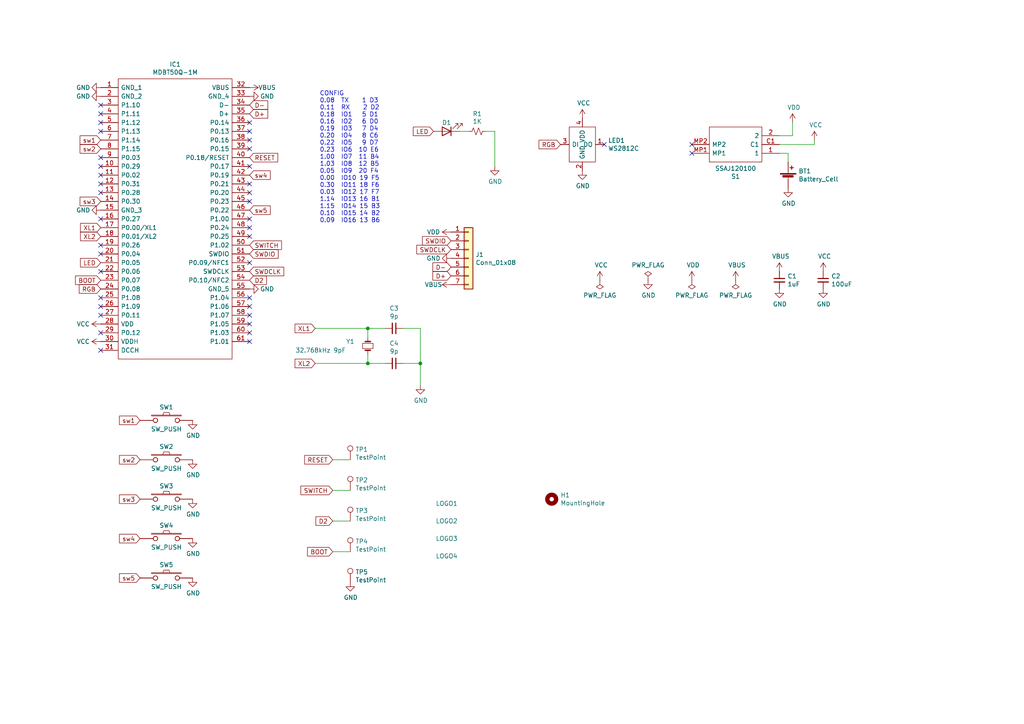
<source format=kicad_sch>
(kicad_sch (version 20211123) (generator eeschema)

  (uuid d5c0189f-56a4-4c4d-9c39-beaefd5ed38f)

  (paper "A4")

  (lib_symbols
    (symbol "Connector:TestPoint" (pin_numbers hide) (pin_names (offset 0.762) hide) (in_bom yes) (on_board yes)
      (property "Reference" "TP" (id 0) (at 0 6.858 0)
        (effects (font (size 1.27 1.27)))
      )
      (property "Value" "TestPoint" (id 1) (at 0 5.08 0)
        (effects (font (size 1.27 1.27)))
      )
      (property "Footprint" "" (id 2) (at 5.08 0 0)
        (effects (font (size 1.27 1.27)) hide)
      )
      (property "Datasheet" "~" (id 3) (at 5.08 0 0)
        (effects (font (size 1.27 1.27)) hide)
      )
      (property "ki_keywords" "test point tp" (id 4) (at 0 0 0)
        (effects (font (size 1.27 1.27)) hide)
      )
      (property "ki_description" "test point" (id 5) (at 0 0 0)
        (effects (font (size 1.27 1.27)) hide)
      )
      (property "ki_fp_filters" "Pin* Test*" (id 6) (at 0 0 0)
        (effects (font (size 1.27 1.27)) hide)
      )
      (symbol "TestPoint_0_1"
        (circle (center 0 3.302) (radius 0.762)
          (stroke (width 0) (type default) (color 0 0 0 0))
          (fill (type none))
        )
      )
      (symbol "TestPoint_1_1"
        (pin passive line (at 0 0 90) (length 2.54)
          (name "1" (effects (font (size 1.27 1.27))))
          (number "1" (effects (font (size 1.27 1.27))))
        )
      )
    )
    (symbol "Connector_Generic:Conn_01x07" (pin_names (offset 1.016) hide) (in_bom yes) (on_board yes)
      (property "Reference" "J" (id 0) (at 0 10.16 0)
        (effects (font (size 1.27 1.27)))
      )
      (property "Value" "Conn_01x07" (id 1) (at 0 -10.16 0)
        (effects (font (size 1.27 1.27)))
      )
      (property "Footprint" "" (id 2) (at 0 0 0)
        (effects (font (size 1.27 1.27)) hide)
      )
      (property "Datasheet" "~" (id 3) (at 0 0 0)
        (effects (font (size 1.27 1.27)) hide)
      )
      (property "ki_keywords" "connector" (id 4) (at 0 0 0)
        (effects (font (size 1.27 1.27)) hide)
      )
      (property "ki_description" "Generic connector, single row, 01x07, script generated (kicad-library-utils/schlib/autogen/connector/)" (id 5) (at 0 0 0)
        (effects (font (size 1.27 1.27)) hide)
      )
      (property "ki_fp_filters" "Connector*:*_1x??_*" (id 6) (at 0 0 0)
        (effects (font (size 1.27 1.27)) hide)
      )
      (symbol "Conn_01x07_1_1"
        (rectangle (start -1.27 -7.493) (end 0 -7.747)
          (stroke (width 0.1524) (type default) (color 0 0 0 0))
          (fill (type none))
        )
        (rectangle (start -1.27 -4.953) (end 0 -5.207)
          (stroke (width 0.1524) (type default) (color 0 0 0 0))
          (fill (type none))
        )
        (rectangle (start -1.27 -2.413) (end 0 -2.667)
          (stroke (width 0.1524) (type default) (color 0 0 0 0))
          (fill (type none))
        )
        (rectangle (start -1.27 0.127) (end 0 -0.127)
          (stroke (width 0.1524) (type default) (color 0 0 0 0))
          (fill (type none))
        )
        (rectangle (start -1.27 2.667) (end 0 2.413)
          (stroke (width 0.1524) (type default) (color 0 0 0 0))
          (fill (type none))
        )
        (rectangle (start -1.27 5.207) (end 0 4.953)
          (stroke (width 0.1524) (type default) (color 0 0 0 0))
          (fill (type none))
        )
        (rectangle (start -1.27 7.747) (end 0 7.493)
          (stroke (width 0.1524) (type default) (color 0 0 0 0))
          (fill (type none))
        )
        (rectangle (start -1.27 8.89) (end 1.27 -8.89)
          (stroke (width 0.254) (type default) (color 0 0 0 0))
          (fill (type background))
        )
        (pin passive line (at -5.08 7.62 0) (length 3.81)
          (name "Pin_1" (effects (font (size 1.27 1.27))))
          (number "1" (effects (font (size 1.27 1.27))))
        )
        (pin passive line (at -5.08 5.08 0) (length 3.81)
          (name "Pin_2" (effects (font (size 1.27 1.27))))
          (number "2" (effects (font (size 1.27 1.27))))
        )
        (pin passive line (at -5.08 2.54 0) (length 3.81)
          (name "Pin_3" (effects (font (size 1.27 1.27))))
          (number "3" (effects (font (size 1.27 1.27))))
        )
        (pin passive line (at -5.08 0 0) (length 3.81)
          (name "Pin_4" (effects (font (size 1.27 1.27))))
          (number "4" (effects (font (size 1.27 1.27))))
        )
        (pin passive line (at -5.08 -2.54 0) (length 3.81)
          (name "Pin_5" (effects (font (size 1.27 1.27))))
          (number "5" (effects (font (size 1.27 1.27))))
        )
        (pin passive line (at -5.08 -5.08 0) (length 3.81)
          (name "Pin_6" (effects (font (size 1.27 1.27))))
          (number "6" (effects (font (size 1.27 1.27))))
        )
        (pin passive line (at -5.08 -7.62 0) (length 3.81)
          (name "Pin_7" (effects (font (size 1.27 1.27))))
          (number "7" (effects (font (size 1.27 1.27))))
        )
      )
    )
    (symbol "Device:Battery_Cell" (pin_numbers hide) (pin_names (offset 0) hide) (in_bom yes) (on_board yes)
      (property "Reference" "BT" (id 0) (at 2.54 2.54 0)
        (effects (font (size 1.27 1.27)) (justify left))
      )
      (property "Value" "Battery_Cell" (id 1) (at 2.54 0 0)
        (effects (font (size 1.27 1.27)) (justify left))
      )
      (property "Footprint" "" (id 2) (at 0 1.524 90)
        (effects (font (size 1.27 1.27)) hide)
      )
      (property "Datasheet" "~" (id 3) (at 0 1.524 90)
        (effects (font (size 1.27 1.27)) hide)
      )
      (property "ki_keywords" "battery cell" (id 4) (at 0 0 0)
        (effects (font (size 1.27 1.27)) hide)
      )
      (property "ki_description" "Single-cell battery" (id 5) (at 0 0 0)
        (effects (font (size 1.27 1.27)) hide)
      )
      (symbol "Battery_Cell_0_1"
        (rectangle (start -2.286 1.778) (end 2.286 1.524)
          (stroke (width 0) (type default) (color 0 0 0 0))
          (fill (type outline))
        )
        (rectangle (start -1.5748 1.1938) (end 1.4732 0.6858)
          (stroke (width 0) (type default) (color 0 0 0 0))
          (fill (type outline))
        )
        (polyline
          (pts
            (xy 0 0.762)
            (xy 0 0)
          )
          (stroke (width 0) (type default) (color 0 0 0 0))
          (fill (type none))
        )
        (polyline
          (pts
            (xy 0 1.778)
            (xy 0 2.54)
          )
          (stroke (width 0) (type default) (color 0 0 0 0))
          (fill (type none))
        )
        (polyline
          (pts
            (xy 0.508 3.429)
            (xy 1.524 3.429)
          )
          (stroke (width 0.254) (type default) (color 0 0 0 0))
          (fill (type none))
        )
        (polyline
          (pts
            (xy 1.016 3.937)
            (xy 1.016 2.921)
          )
          (stroke (width 0.254) (type default) (color 0 0 0 0))
          (fill (type none))
        )
      )
      (symbol "Battery_Cell_1_1"
        (pin passive line (at 0 5.08 270) (length 2.54)
          (name "+" (effects (font (size 1.27 1.27))))
          (number "1" (effects (font (size 1.27 1.27))))
        )
        (pin passive line (at 0 -2.54 90) (length 2.54)
          (name "-" (effects (font (size 1.27 1.27))))
          (number "2" (effects (font (size 1.27 1.27))))
        )
      )
    )
    (symbol "Device:C_Small" (pin_numbers hide) (pin_names (offset 0.254) hide) (in_bom yes) (on_board yes)
      (property "Reference" "C" (id 0) (at 0.254 1.778 0)
        (effects (font (size 1.27 1.27)) (justify left))
      )
      (property "Value" "C_Small" (id 1) (at 0.254 -2.032 0)
        (effects (font (size 1.27 1.27)) (justify left))
      )
      (property "Footprint" "" (id 2) (at 0 0 0)
        (effects (font (size 1.27 1.27)) hide)
      )
      (property "Datasheet" "~" (id 3) (at 0 0 0)
        (effects (font (size 1.27 1.27)) hide)
      )
      (property "ki_keywords" "capacitor cap" (id 4) (at 0 0 0)
        (effects (font (size 1.27 1.27)) hide)
      )
      (property "ki_description" "Unpolarized capacitor, small symbol" (id 5) (at 0 0 0)
        (effects (font (size 1.27 1.27)) hide)
      )
      (property "ki_fp_filters" "C_*" (id 6) (at 0 0 0)
        (effects (font (size 1.27 1.27)) hide)
      )
      (symbol "C_Small_0_1"
        (polyline
          (pts
            (xy -1.524 -0.508)
            (xy 1.524 -0.508)
          )
          (stroke (width 0.3302) (type default) (color 0 0 0 0))
          (fill (type none))
        )
        (polyline
          (pts
            (xy -1.524 0.508)
            (xy 1.524 0.508)
          )
          (stroke (width 0.3048) (type default) (color 0 0 0 0))
          (fill (type none))
        )
      )
      (symbol "C_Small_1_1"
        (pin passive line (at 0 2.54 270) (length 2.032)
          (name "~" (effects (font (size 1.27 1.27))))
          (number "1" (effects (font (size 1.27 1.27))))
        )
        (pin passive line (at 0 -2.54 90) (length 2.032)
          (name "~" (effects (font (size 1.27 1.27))))
          (number "2" (effects (font (size 1.27 1.27))))
        )
      )
    )
    (symbol "Device:Crystal_Small" (pin_numbers hide) (pin_names (offset 1.016) hide) (in_bom yes) (on_board yes)
      (property "Reference" "Y" (id 0) (at 0 2.54 0)
        (effects (font (size 1.27 1.27)))
      )
      (property "Value" "Crystal_Small" (id 1) (at 0 -2.54 0)
        (effects (font (size 1.27 1.27)))
      )
      (property "Footprint" "" (id 2) (at 0 0 0)
        (effects (font (size 1.27 1.27)) hide)
      )
      (property "Datasheet" "~" (id 3) (at 0 0 0)
        (effects (font (size 1.27 1.27)) hide)
      )
      (property "ki_keywords" "quartz ceramic resonator oscillator" (id 4) (at 0 0 0)
        (effects (font (size 1.27 1.27)) hide)
      )
      (property "ki_description" "Two pin crystal, small symbol" (id 5) (at 0 0 0)
        (effects (font (size 1.27 1.27)) hide)
      )
      (property "ki_fp_filters" "Crystal*" (id 6) (at 0 0 0)
        (effects (font (size 1.27 1.27)) hide)
      )
      (symbol "Crystal_Small_0_1"
        (rectangle (start -0.762 -1.524) (end 0.762 1.524)
          (stroke (width 0) (type default) (color 0 0 0 0))
          (fill (type none))
        )
        (polyline
          (pts
            (xy -1.27 -0.762)
            (xy -1.27 0.762)
          )
          (stroke (width 0.381) (type default) (color 0 0 0 0))
          (fill (type none))
        )
        (polyline
          (pts
            (xy 1.27 -0.762)
            (xy 1.27 0.762)
          )
          (stroke (width 0.381) (type default) (color 0 0 0 0))
          (fill (type none))
        )
      )
      (symbol "Crystal_Small_1_1"
        (pin passive line (at -2.54 0 0) (length 1.27)
          (name "1" (effects (font (size 1.27 1.27))))
          (number "1" (effects (font (size 1.27 1.27))))
        )
        (pin passive line (at 2.54 0 180) (length 1.27)
          (name "2" (effects (font (size 1.27 1.27))))
          (number "2" (effects (font (size 1.27 1.27))))
        )
      )
    )
    (symbol "Device:LED" (pin_numbers hide) (pin_names (offset 1.016) hide) (in_bom yes) (on_board yes)
      (property "Reference" "D" (id 0) (at 0 2.54 0)
        (effects (font (size 1.27 1.27)))
      )
      (property "Value" "LED" (id 1) (at 0 -2.54 0)
        (effects (font (size 1.27 1.27)))
      )
      (property "Footprint" "" (id 2) (at 0 0 0)
        (effects (font (size 1.27 1.27)) hide)
      )
      (property "Datasheet" "~" (id 3) (at 0 0 0)
        (effects (font (size 1.27 1.27)) hide)
      )
      (property "ki_keywords" "LED diode" (id 4) (at 0 0 0)
        (effects (font (size 1.27 1.27)) hide)
      )
      (property "ki_description" "Light emitting diode" (id 5) (at 0 0 0)
        (effects (font (size 1.27 1.27)) hide)
      )
      (property "ki_fp_filters" "LED* LED_SMD:* LED_THT:*" (id 6) (at 0 0 0)
        (effects (font (size 1.27 1.27)) hide)
      )
      (symbol "LED_0_1"
        (polyline
          (pts
            (xy -1.27 -1.27)
            (xy -1.27 1.27)
          )
          (stroke (width 0.254) (type default) (color 0 0 0 0))
          (fill (type none))
        )
        (polyline
          (pts
            (xy -1.27 0)
            (xy 1.27 0)
          )
          (stroke (width 0) (type default) (color 0 0 0 0))
          (fill (type none))
        )
        (polyline
          (pts
            (xy 1.27 -1.27)
            (xy 1.27 1.27)
            (xy -1.27 0)
            (xy 1.27 -1.27)
          )
          (stroke (width 0.254) (type default) (color 0 0 0 0))
          (fill (type none))
        )
        (polyline
          (pts
            (xy -3.048 -0.762)
            (xy -4.572 -2.286)
            (xy -3.81 -2.286)
            (xy -4.572 -2.286)
            (xy -4.572 -1.524)
          )
          (stroke (width 0) (type default) (color 0 0 0 0))
          (fill (type none))
        )
        (polyline
          (pts
            (xy -1.778 -0.762)
            (xy -3.302 -2.286)
            (xy -2.54 -2.286)
            (xy -3.302 -2.286)
            (xy -3.302 -1.524)
          )
          (stroke (width 0) (type default) (color 0 0 0 0))
          (fill (type none))
        )
      )
      (symbol "LED_1_1"
        (pin passive line (at -3.81 0 0) (length 2.54)
          (name "K" (effects (font (size 1.27 1.27))))
          (number "1" (effects (font (size 1.27 1.27))))
        )
        (pin passive line (at 3.81 0 180) (length 2.54)
          (name "A" (effects (font (size 1.27 1.27))))
          (number "2" (effects (font (size 1.27 1.27))))
        )
      )
    )
    (symbol "Device:R_Small_US" (pin_numbers hide) (pin_names (offset 0.254) hide) (in_bom yes) (on_board yes)
      (property "Reference" "R" (id 0) (at 0.762 0.508 0)
        (effects (font (size 1.27 1.27)) (justify left))
      )
      (property "Value" "R_Small_US" (id 1) (at 0.762 -1.016 0)
        (effects (font (size 1.27 1.27)) (justify left))
      )
      (property "Footprint" "" (id 2) (at 0 0 0)
        (effects (font (size 1.27 1.27)) hide)
      )
      (property "Datasheet" "~" (id 3) (at 0 0 0)
        (effects (font (size 1.27 1.27)) hide)
      )
      (property "ki_keywords" "r resistor" (id 4) (at 0 0 0)
        (effects (font (size 1.27 1.27)) hide)
      )
      (property "ki_description" "Resistor, small US symbol" (id 5) (at 0 0 0)
        (effects (font (size 1.27 1.27)) hide)
      )
      (property "ki_fp_filters" "R_*" (id 6) (at 0 0 0)
        (effects (font (size 1.27 1.27)) hide)
      )
      (symbol "R_Small_US_1_1"
        (polyline
          (pts
            (xy 0 0)
            (xy 1.016 -0.381)
            (xy 0 -0.762)
            (xy -1.016 -1.143)
            (xy 0 -1.524)
          )
          (stroke (width 0) (type default) (color 0 0 0 0))
          (fill (type none))
        )
        (polyline
          (pts
            (xy 0 1.524)
            (xy 1.016 1.143)
            (xy 0 0.762)
            (xy -1.016 0.381)
            (xy 0 0)
          )
          (stroke (width 0) (type default) (color 0 0 0 0))
          (fill (type none))
        )
        (pin passive line (at 0 2.54 270) (length 1.016)
          (name "~" (effects (font (size 1.27 1.27))))
          (number "1" (effects (font (size 1.27 1.27))))
        )
        (pin passive line (at 0 -2.54 90) (length 1.016)
          (name "~" (effects (font (size 1.27 1.27))))
          (number "2" (effects (font (size 1.27 1.27))))
        )
      )
    )
    (symbol "Mechanical:MountingHole" (pin_names (offset 1.016)) (in_bom yes) (on_board yes)
      (property "Reference" "H" (id 0) (at 0 5.08 0)
        (effects (font (size 1.27 1.27)))
      )
      (property "Value" "MountingHole" (id 1) (at 0 3.175 0)
        (effects (font (size 1.27 1.27)))
      )
      (property "Footprint" "" (id 2) (at 0 0 0)
        (effects (font (size 1.27 1.27)) hide)
      )
      (property "Datasheet" "~" (id 3) (at 0 0 0)
        (effects (font (size 1.27 1.27)) hide)
      )
      (property "ki_keywords" "mounting hole" (id 4) (at 0 0 0)
        (effects (font (size 1.27 1.27)) hide)
      )
      (property "ki_description" "Mounting Hole without connection" (id 5) (at 0 0 0)
        (effects (font (size 1.27 1.27)) hide)
      )
      (property "ki_fp_filters" "MountingHole*" (id 6) (at 0 0 0)
        (effects (font (size 1.27 1.27)) hide)
      )
      (symbol "MountingHole_0_1"
        (circle (center 0 0) (radius 1.27)
          (stroke (width 1.27) (type default) (color 0 0 0 0))
          (fill (type none))
        )
      )
    )
    (symbol "mucon-rescue:Logo-MyLib" (pin_names (offset 1.016)) (in_bom yes) (on_board yes)
      (property "Reference" "LOGO" (id 0) (at 0 0 0)
        (effects (font (size 1.27 1.27)))
      )
      (property "Value" "Logo-MyLib" (id 1) (at 0 0 0)
        (effects (font (size 1.27 1.27)) hide)
      )
      (property "Footprint" "" (id 2) (at 0 0 0)
        (effects (font (size 1.27 1.27)) hide)
      )
      (property "Datasheet" "" (id 3) (at 0 0 0)
        (effects (font (size 1.27 1.27)) hide)
      )
    )
    (symbol "mucon-rescue:MDBT50Q-1M-SamacSys_Parts" (pin_names (offset 0.762)) (in_bom yes) (on_board yes)
      (property "Reference" "IC" (id 0) (at 39.37 7.62 0)
        (effects (font (size 1.27 1.27)) (justify left))
      )
      (property "Value" "MDBT50Q-1M-SamacSys_Parts" (id 1) (at 39.37 5.08 0)
        (effects (font (size 1.27 1.27)) (justify left))
      )
      (property "Footprint" "113990582" (id 2) (at 39.37 2.54 0)
        (effects (font (size 1.27 1.27)) (justify left) hide)
      )
      (property "Datasheet" "" (id 3) (at 39.37 0 0)
        (effects (font (size 1.27 1.27)) (justify left) hide)
      )
      (property "Description" "Bluetooth Modules (802.15.1) MDBT50Q-1M nRF52840 Based BLE Module" (id 4) (at 39.37 -2.54 0)
        (effects (font (size 1.27 1.27)) (justify left) hide)
      )
      (property "Height" "2" (id 5) (at 39.37 -5.08 0)
        (effects (font (size 1.27 1.27)) (justify left) hide)
      )
      (property "Manufacturer_Name" "Seeed Studio" (id 6) (at 39.37 -12.7 0)
        (effects (font (size 1.27 1.27)) (justify left) hide)
      )
      (property "Manufacturer_Part_Number" "113990582" (id 7) (at 39.37 -15.24 0)
        (effects (font (size 1.27 1.27)) (justify left) hide)
      )
      (symbol "MDBT50Q-1M-SamacSys_Parts_0_0"
        (pin passive line (at 0 0 0) (length 5.08)
          (name "GND_1" (effects (font (size 1.27 1.27))))
          (number "1" (effects (font (size 1.27 1.27))))
        )
        (pin passive line (at 0 -22.86 0) (length 5.08)
          (name "P0.29" (effects (font (size 1.27 1.27))))
          (number "10" (effects (font (size 1.27 1.27))))
        )
        (pin passive line (at 0 -25.4 0) (length 5.08)
          (name "P0.02" (effects (font (size 1.27 1.27))))
          (number "11" (effects (font (size 1.27 1.27))))
        )
        (pin passive line (at 0 -27.94 0) (length 5.08)
          (name "P0.31" (effects (font (size 1.27 1.27))))
          (number "12" (effects (font (size 1.27 1.27))))
        )
        (pin passive line (at 0 -30.48 0) (length 5.08)
          (name "P0.28" (effects (font (size 1.27 1.27))))
          (number "13" (effects (font (size 1.27 1.27))))
        )
        (pin passive line (at 0 -33.02 0) (length 5.08)
          (name "P0.30" (effects (font (size 1.27 1.27))))
          (number "14" (effects (font (size 1.27 1.27))))
        )
        (pin passive line (at 0 -35.56 0) (length 5.08)
          (name "GND_3" (effects (font (size 1.27 1.27))))
          (number "15" (effects (font (size 1.27 1.27))))
        )
        (pin passive line (at 0 -38.1 0) (length 5.08)
          (name "P0.27" (effects (font (size 1.27 1.27))))
          (number "16" (effects (font (size 1.27 1.27))))
        )
        (pin passive line (at 0 -40.64 0) (length 5.08)
          (name "P0.00/XL1" (effects (font (size 1.27 1.27))))
          (number "17" (effects (font (size 1.27 1.27))))
        )
        (pin passive line (at 0 -43.18 0) (length 5.08)
          (name "P0.01/XL2" (effects (font (size 1.27 1.27))))
          (number "18" (effects (font (size 1.27 1.27))))
        )
        (pin passive line (at 0 -45.72 0) (length 5.08)
          (name "P0.26" (effects (font (size 1.27 1.27))))
          (number "19" (effects (font (size 1.27 1.27))))
        )
        (pin passive line (at 0 -2.54 0) (length 5.08)
          (name "GND_2" (effects (font (size 1.27 1.27))))
          (number "2" (effects (font (size 1.27 1.27))))
        )
        (pin passive line (at 0 -48.26 0) (length 5.08)
          (name "P0.04" (effects (font (size 1.27 1.27))))
          (number "20" (effects (font (size 1.27 1.27))))
        )
        (pin passive line (at 0 -50.8 0) (length 5.08)
          (name "P0.05" (effects (font (size 1.27 1.27))))
          (number "21" (effects (font (size 1.27 1.27))))
        )
        (pin passive line (at 0 -53.34 0) (length 5.08)
          (name "P0.06" (effects (font (size 1.27 1.27))))
          (number "22" (effects (font (size 1.27 1.27))))
        )
        (pin passive line (at 0 -55.88 0) (length 5.08)
          (name "P0.07" (effects (font (size 1.27 1.27))))
          (number "23" (effects (font (size 1.27 1.27))))
        )
        (pin passive line (at 0 -58.42 0) (length 5.08)
          (name "P0.08" (effects (font (size 1.27 1.27))))
          (number "24" (effects (font (size 1.27 1.27))))
        )
        (pin passive line (at 0 -60.96 0) (length 5.08)
          (name "P1.08" (effects (font (size 1.27 1.27))))
          (number "25" (effects (font (size 1.27 1.27))))
        )
        (pin passive line (at 0 -63.5 0) (length 5.08)
          (name "P1.09" (effects (font (size 1.27 1.27))))
          (number "26" (effects (font (size 1.27 1.27))))
        )
        (pin passive line (at 0 -66.04 0) (length 5.08)
          (name "P0.11" (effects (font (size 1.27 1.27))))
          (number "27" (effects (font (size 1.27 1.27))))
        )
        (pin passive line (at 0 -68.58 0) (length 5.08)
          (name "VDD" (effects (font (size 1.27 1.27))))
          (number "28" (effects (font (size 1.27 1.27))))
        )
        (pin passive line (at 0 -71.12 0) (length 5.08)
          (name "P0.12" (effects (font (size 1.27 1.27))))
          (number "29" (effects (font (size 1.27 1.27))))
        )
        (pin passive line (at 0 -5.08 0) (length 5.08)
          (name "P1.10" (effects (font (size 1.27 1.27))))
          (number "3" (effects (font (size 1.27 1.27))))
        )
        (pin passive line (at 0 -73.66 0) (length 5.08)
          (name "VDDH" (effects (font (size 1.27 1.27))))
          (number "30" (effects (font (size 1.27 1.27))))
        )
        (pin passive line (at 0 -76.2 0) (length 5.08)
          (name "DCCH" (effects (font (size 1.27 1.27))))
          (number "31" (effects (font (size 1.27 1.27))))
        )
        (pin passive line (at 43.18 0 180) (length 5.08)
          (name "VBUS" (effects (font (size 1.27 1.27))))
          (number "32" (effects (font (size 1.27 1.27))))
        )
        (pin passive line (at 43.18 -2.54 180) (length 5.08)
          (name "GND_4" (effects (font (size 1.27 1.27))))
          (number "33" (effects (font (size 1.27 1.27))))
        )
        (pin passive line (at 43.18 -5.08 180) (length 5.08)
          (name "D-" (effects (font (size 1.27 1.27))))
          (number "34" (effects (font (size 1.27 1.27))))
        )
        (pin passive line (at 43.18 -7.62 180) (length 5.08)
          (name "D+" (effects (font (size 1.27 1.27))))
          (number "35" (effects (font (size 1.27 1.27))))
        )
        (pin passive line (at 43.18 -10.16 180) (length 5.08)
          (name "P0.14" (effects (font (size 1.27 1.27))))
          (number "36" (effects (font (size 1.27 1.27))))
        )
        (pin passive line (at 43.18 -12.7 180) (length 5.08)
          (name "P0.13" (effects (font (size 1.27 1.27))))
          (number "37" (effects (font (size 1.27 1.27))))
        )
        (pin passive line (at 43.18 -15.24 180) (length 5.08)
          (name "P0.16" (effects (font (size 1.27 1.27))))
          (number "38" (effects (font (size 1.27 1.27))))
        )
        (pin passive line (at 43.18 -17.78 180) (length 5.08)
          (name "P0.15" (effects (font (size 1.27 1.27))))
          (number "39" (effects (font (size 1.27 1.27))))
        )
        (pin passive line (at 0 -7.62 0) (length 5.08)
          (name "P1.11" (effects (font (size 1.27 1.27))))
          (number "4" (effects (font (size 1.27 1.27))))
        )
        (pin passive line (at 43.18 -20.32 180) (length 5.08)
          (name "P0.18/RESET" (effects (font (size 1.27 1.27))))
          (number "40" (effects (font (size 1.27 1.27))))
        )
        (pin passive line (at 43.18 -22.86 180) (length 5.08)
          (name "P0.17" (effects (font (size 1.27 1.27))))
          (number "41" (effects (font (size 1.27 1.27))))
        )
        (pin passive line (at 43.18 -25.4 180) (length 5.08)
          (name "P0.19" (effects (font (size 1.27 1.27))))
          (number "42" (effects (font (size 1.27 1.27))))
        )
        (pin passive line (at 43.18 -27.94 180) (length 5.08)
          (name "P0.21" (effects (font (size 1.27 1.27))))
          (number "43" (effects (font (size 1.27 1.27))))
        )
        (pin passive line (at 43.18 -30.48 180) (length 5.08)
          (name "P0.20" (effects (font (size 1.27 1.27))))
          (number "44" (effects (font (size 1.27 1.27))))
        )
        (pin passive line (at 43.18 -33.02 180) (length 5.08)
          (name "P0.23" (effects (font (size 1.27 1.27))))
          (number "45" (effects (font (size 1.27 1.27))))
        )
        (pin passive line (at 43.18 -35.56 180) (length 5.08)
          (name "P0.22" (effects (font (size 1.27 1.27))))
          (number "46" (effects (font (size 1.27 1.27))))
        )
        (pin passive line (at 43.18 -38.1 180) (length 5.08)
          (name "P1.00" (effects (font (size 1.27 1.27))))
          (number "47" (effects (font (size 1.27 1.27))))
        )
        (pin passive line (at 43.18 -40.64 180) (length 5.08)
          (name "P0.24" (effects (font (size 1.27 1.27))))
          (number "48" (effects (font (size 1.27 1.27))))
        )
        (pin passive line (at 43.18 -43.18 180) (length 5.08)
          (name "P0.25" (effects (font (size 1.27 1.27))))
          (number "49" (effects (font (size 1.27 1.27))))
        )
        (pin passive line (at 0 -10.16 0) (length 5.08)
          (name "P1.12" (effects (font (size 1.27 1.27))))
          (number "5" (effects (font (size 1.27 1.27))))
        )
        (pin passive line (at 43.18 -45.72 180) (length 5.08)
          (name "P1.02" (effects (font (size 1.27 1.27))))
          (number "50" (effects (font (size 1.27 1.27))))
        )
        (pin passive line (at 43.18 -48.26 180) (length 5.08)
          (name "SWDIO" (effects (font (size 1.27 1.27))))
          (number "51" (effects (font (size 1.27 1.27))))
        )
        (pin passive line (at 43.18 -50.8 180) (length 5.08)
          (name "P0.09/NFC1" (effects (font (size 1.27 1.27))))
          (number "52" (effects (font (size 1.27 1.27))))
        )
        (pin passive line (at 43.18 -53.34 180) (length 5.08)
          (name "SWDCLK" (effects (font (size 1.27 1.27))))
          (number "53" (effects (font (size 1.27 1.27))))
        )
        (pin passive line (at 43.18 -55.88 180) (length 5.08)
          (name "P0.10/NFC2" (effects (font (size 1.27 1.27))))
          (number "54" (effects (font (size 1.27 1.27))))
        )
        (pin passive line (at 43.18 -58.42 180) (length 5.08)
          (name "GND_5" (effects (font (size 1.27 1.27))))
          (number "55" (effects (font (size 1.27 1.27))))
        )
        (pin passive line (at 43.18 -60.96 180) (length 5.08)
          (name "P1.04" (effects (font (size 1.27 1.27))))
          (number "56" (effects (font (size 1.27 1.27))))
        )
        (pin passive line (at 43.18 -63.5 180) (length 5.08)
          (name "P1.06" (effects (font (size 1.27 1.27))))
          (number "57" (effects (font (size 1.27 1.27))))
        )
        (pin passive line (at 43.18 -66.04 180) (length 5.08)
          (name "P1.07" (effects (font (size 1.27 1.27))))
          (number "58" (effects (font (size 1.27 1.27))))
        )
        (pin passive line (at 43.18 -68.58 180) (length 5.08)
          (name "P1.05" (effects (font (size 1.27 1.27))))
          (number "59" (effects (font (size 1.27 1.27))))
        )
        (pin passive line (at 0 -12.7 0) (length 5.08)
          (name "P1.13" (effects (font (size 1.27 1.27))))
          (number "6" (effects (font (size 1.27 1.27))))
        )
        (pin passive line (at 43.18 -71.12 180) (length 5.08)
          (name "P1.03" (effects (font (size 1.27 1.27))))
          (number "60" (effects (font (size 1.27 1.27))))
        )
        (pin passive line (at 43.18 -73.66 180) (length 5.08)
          (name "P1.01" (effects (font (size 1.27 1.27))))
          (number "61" (effects (font (size 1.27 1.27))))
        )
        (pin passive line (at 0 -15.24 0) (length 5.08)
          (name "P1.14" (effects (font (size 1.27 1.27))))
          (number "7" (effects (font (size 1.27 1.27))))
        )
        (pin passive line (at 0 -17.78 0) (length 5.08)
          (name "P1.15" (effects (font (size 1.27 1.27))))
          (number "8" (effects (font (size 1.27 1.27))))
        )
        (pin passive line (at 0 -20.32 0) (length 5.08)
          (name "P0.03" (effects (font (size 1.27 1.27))))
          (number "9" (effects (font (size 1.27 1.27))))
        )
      )
      (symbol "MDBT50Q-1M-SamacSys_Parts_0_1"
        (polyline
          (pts
            (xy 5.08 2.54)
            (xy 38.1 2.54)
            (xy 38.1 -78.74)
            (xy 5.08 -78.74)
            (xy 5.08 2.54)
          )
          (stroke (width 0.1524) (type default) (color 0 0 0 0))
          (fill (type none))
        )
      )
    )
    (symbol "mucon-rescue:SSAJ120100-SamacSys_Parts" (pin_names (offset 0.762)) (in_bom yes) (on_board yes)
      (property "Reference" "S" (id 0) (at 21.59 7.62 0)
        (effects (font (size 1.27 1.27)) (justify left))
      )
      (property "Value" "SSAJ120100-SamacSys_Parts" (id 1) (at 21.59 5.08 0)
        (effects (font (size 1.27 1.27)) (justify left))
      )
      (property "Footprint" "SSAJ120100" (id 2) (at 21.59 2.54 0)
        (effects (font (size 1.27 1.27)) (justify left) hide)
      )
      (property "Datasheet" "http://uk.rs-online.com/web/p/products/1238892" (id 3) (at 21.59 0 0)
        (effects (font (size 1.27 1.27)) (justify left) hide)
      )
      (property "Description" "Slide Switches slide switch without location lug" (id 4) (at 21.59 -2.54 0)
        (effects (font (size 1.27 1.27)) (justify left) hide)
      )
      (property "Height" "0.7" (id 5) (at 21.59 -5.08 0)
        (effects (font (size 1.27 1.27)) (justify left) hide)
      )
      (property "RS Part Number" "1238892" (id 6) (at 21.59 -7.62 0)
        (effects (font (size 1.27 1.27)) (justify left) hide)
      )
      (property "RS Price/Stock" "http://uk.rs-online.com/web/p/products/1238892" (id 7) (at 21.59 -10.16 0)
        (effects (font (size 1.27 1.27)) (justify left) hide)
      )
      (property "Manufacturer_Name" "Alps Alpine" (id 8) (at 21.59 -12.7 0)
        (effects (font (size 1.27 1.27)) (justify left) hide)
      )
      (property "Manufacturer_Part_Number" "SSAJ120100" (id 9) (at 21.59 -15.24 0)
        (effects (font (size 1.27 1.27)) (justify left) hide)
      )
      (symbol "SSAJ120100-SamacSys_Parts_0_0"
        (pin passive line (at 25.4 0 180) (length 5.08)
          (name "1" (effects (font (size 1.27 1.27))))
          (number "1" (effects (font (size 1.27 1.27))))
        )
        (pin passive line (at 25.4 -5.08 180) (length 5.08)
          (name "2" (effects (font (size 1.27 1.27))))
          (number "2" (effects (font (size 1.27 1.27))))
        )
        (pin passive line (at 25.4 -2.54 180) (length 5.08)
          (name "C1" (effects (font (size 1.27 1.27))))
          (number "C1" (effects (font (size 1.27 1.27))))
        )
        (pin passive line (at 0 0 0) (length 5.08)
          (name "MP1" (effects (font (size 1.27 1.27))))
          (number "MP1" (effects (font (size 1.27 1.27))))
        )
        (pin passive line (at 0 -2.54 0) (length 5.08)
          (name "MP2" (effects (font (size 1.27 1.27))))
          (number "MP2" (effects (font (size 1.27 1.27))))
        )
      )
      (symbol "SSAJ120100-SamacSys_Parts_0_1"
        (polyline
          (pts
            (xy 5.08 2.54)
            (xy 20.32 2.54)
            (xy 20.32 -7.62)
            (xy 5.08 -7.62)
            (xy 5.08 2.54)
          )
          (stroke (width 0.1524) (type default) (color 0 0 0 0))
          (fill (type none))
        )
      )
    )
    (symbol "mucon-rescue:SW_PUSH_pin1_pin3-MyLib" (pin_numbers hide) (pin_names (offset 1.016) hide) (in_bom yes) (on_board yes)
      (property "Reference" "SW" (id 0) (at 3.81 2.794 0)
        (effects (font (size 1.27 1.27)))
      )
      (property "Value" "SW_PUSH_pin1_pin3-MyLib" (id 1) (at 0 -2.032 0)
        (effects (font (size 1.27 1.27)))
      )
      (property "Footprint" "" (id 2) (at 0 0 0)
        (effects (font (size 1.27 1.27)))
      )
      (property "Datasheet" "" (id 3) (at 0 0 0)
        (effects (font (size 1.27 1.27)))
      )
      (symbol "SW_PUSH_pin1_pin3-MyLib_0_1"
        (rectangle (start -4.318 1.27) (end 4.318 1.524)
          (stroke (width 0) (type default) (color 0 0 0 0))
          (fill (type none))
        )
        (polyline
          (pts
            (xy -1.016 1.524)
            (xy -0.762 2.286)
            (xy 0.762 2.286)
            (xy 1.016 1.524)
          )
          (stroke (width 0) (type default) (color 0 0 0 0))
          (fill (type none))
        )
        (pin passive inverted (at -7.62 0 0) (length 5.08)
          (name "1" (effects (font (size 1.27 1.27))))
          (number "1" (effects (font (size 1.27 1.27))))
        )
        (pin passive inverted (at 7.62 0 180) (length 5.08)
          (name "2" (effects (font (size 1.27 1.27))))
          (number "2" (effects (font (size 1.27 1.27))))
        )
      )
    )
    (symbol "mucon-rescue:WS2812C-SamacSys_Parts" (pin_names (offset 0.762)) (in_bom yes) (on_board yes)
      (property "Reference" "LED" (id 0) (at 10.16 6.35 0)
        (effects (font (size 1.27 1.27)) (justify left))
      )
      (property "Value" "WS2812C-SamacSys_Parts" (id 1) (at 10.16 3.81 0)
        (effects (font (size 1.27 1.27)) (justify left))
      )
      (property "Footprint" "WS2812C2020" (id 2) (at 21.59 2.54 0)
        (effects (font (size 1.27 1.27)) (justify left) hide)
      )
      (property "Datasheet" "http://www.world-semi.com/DownLoadFile/139" (id 3) (at 21.59 0 0)
        (effects (font (size 1.27 1.27)) (justify left) hide)
      )
      (property "Description" "Intelligent control LED integrated light source" (id 4) (at 21.59 -2.54 0)
        (effects (font (size 1.27 1.27)) (justify left) hide)
      )
      (property "Height" "0.84" (id 5) (at 21.59 -5.08 0)
        (effects (font (size 1.27 1.27)) (justify left) hide)
      )
      (property "Manufacturer_Name" "Worldsemi" (id 6) (at 21.59 -12.7 0)
        (effects (font (size 1.27 1.27)) (justify left) hide)
      )
      (property "Manufacturer_Part_Number" "WS2812C-2020" (id 7) (at 21.59 -15.24 0)
        (effects (font (size 1.27 1.27)) (justify left) hide)
      )
      (symbol "WS2812C-SamacSys_Parts_0_0"
        (pin passive line (at 15.24 -2.54 180) (length 2.54)
          (name "DO" (effects (font (size 1.27 1.27))))
          (number "1" (effects (font (size 1.27 1.27))))
        )
        (pin passive line (at 8.89 -10.16 90) (length 2.54)
          (name "GND" (effects (font (size 1.27 1.27))))
          (number "2" (effects (font (size 1.27 1.27))))
        )
        (pin passive line (at 2.54 -2.54 0) (length 2.54)
          (name "DI" (effects (font (size 1.27 1.27))))
          (number "3" (effects (font (size 1.27 1.27))))
        )
        (pin passive line (at 8.89 5.08 270) (length 2.54)
          (name "VDD" (effects (font (size 1.27 1.27))))
          (number "4" (effects (font (size 1.27 1.27))))
        )
      )
      (symbol "WS2812C-SamacSys_Parts_0_1"
        (polyline
          (pts
            (xy 5.08 2.54)
            (xy 12.7 2.54)
            (xy 12.7 -7.62)
            (xy 5.08 -7.62)
            (xy 5.08 2.54)
          )
          (stroke (width 0.1524) (type default) (color 0 0 0 0))
          (fill (type none))
        )
      )
    )
    (symbol "power:GND" (power) (pin_names (offset 0)) (in_bom yes) (on_board yes)
      (property "Reference" "#PWR" (id 0) (at 0 -6.35 0)
        (effects (font (size 1.27 1.27)) hide)
      )
      (property "Value" "GND" (id 1) (at 0 -3.81 0)
        (effects (font (size 1.27 1.27)))
      )
      (property "Footprint" "" (id 2) (at 0 0 0)
        (effects (font (size 1.27 1.27)) hide)
      )
      (property "Datasheet" "" (id 3) (at 0 0 0)
        (effects (font (size 1.27 1.27)) hide)
      )
      (property "ki_keywords" "power-flag" (id 4) (at 0 0 0)
        (effects (font (size 1.27 1.27)) hide)
      )
      (property "ki_description" "Power symbol creates a global label with name \"GND\" , ground" (id 5) (at 0 0 0)
        (effects (font (size 1.27 1.27)) hide)
      )
      (symbol "GND_0_1"
        (polyline
          (pts
            (xy 0 0)
            (xy 0 -1.27)
            (xy 1.27 -1.27)
            (xy 0 -2.54)
            (xy -1.27 -1.27)
            (xy 0 -1.27)
          )
          (stroke (width 0) (type default) (color 0 0 0 0))
          (fill (type none))
        )
      )
      (symbol "GND_1_1"
        (pin power_in line (at 0 0 270) (length 0) hide
          (name "GND" (effects (font (size 1.27 1.27))))
          (number "1" (effects (font (size 1.27 1.27))))
        )
      )
    )
    (symbol "power:PWR_FLAG" (power) (pin_numbers hide) (pin_names (offset 0) hide) (in_bom yes) (on_board yes)
      (property "Reference" "#FLG" (id 0) (at 0 1.905 0)
        (effects (font (size 1.27 1.27)) hide)
      )
      (property "Value" "PWR_FLAG" (id 1) (at 0 3.81 0)
        (effects (font (size 1.27 1.27)))
      )
      (property "Footprint" "" (id 2) (at 0 0 0)
        (effects (font (size 1.27 1.27)) hide)
      )
      (property "Datasheet" "~" (id 3) (at 0 0 0)
        (effects (font (size 1.27 1.27)) hide)
      )
      (property "ki_keywords" "power-flag" (id 4) (at 0 0 0)
        (effects (font (size 1.27 1.27)) hide)
      )
      (property "ki_description" "Special symbol for telling ERC where power comes from" (id 5) (at 0 0 0)
        (effects (font (size 1.27 1.27)) hide)
      )
      (symbol "PWR_FLAG_0_0"
        (pin power_out line (at 0 0 90) (length 0)
          (name "pwr" (effects (font (size 1.27 1.27))))
          (number "1" (effects (font (size 1.27 1.27))))
        )
      )
      (symbol "PWR_FLAG_0_1"
        (polyline
          (pts
            (xy 0 0)
            (xy 0 1.27)
            (xy -1.016 1.905)
            (xy 0 2.54)
            (xy 1.016 1.905)
            (xy 0 1.27)
          )
          (stroke (width 0) (type default) (color 0 0 0 0))
          (fill (type none))
        )
      )
    )
    (symbol "power:VBUS" (power) (pin_names (offset 0)) (in_bom yes) (on_board yes)
      (property "Reference" "#PWR" (id 0) (at 0 -3.81 0)
        (effects (font (size 1.27 1.27)) hide)
      )
      (property "Value" "VBUS" (id 1) (at 0 3.81 0)
        (effects (font (size 1.27 1.27)))
      )
      (property "Footprint" "" (id 2) (at 0 0 0)
        (effects (font (size 1.27 1.27)) hide)
      )
      (property "Datasheet" "" (id 3) (at 0 0 0)
        (effects (font (size 1.27 1.27)) hide)
      )
      (property "ki_keywords" "power-flag" (id 4) (at 0 0 0)
        (effects (font (size 1.27 1.27)) hide)
      )
      (property "ki_description" "Power symbol creates a global label with name \"VBUS\"" (id 5) (at 0 0 0)
        (effects (font (size 1.27 1.27)) hide)
      )
      (symbol "VBUS_0_1"
        (polyline
          (pts
            (xy -0.762 1.27)
            (xy 0 2.54)
          )
          (stroke (width 0) (type default) (color 0 0 0 0))
          (fill (type none))
        )
        (polyline
          (pts
            (xy 0 0)
            (xy 0 2.54)
          )
          (stroke (width 0) (type default) (color 0 0 0 0))
          (fill (type none))
        )
        (polyline
          (pts
            (xy 0 2.54)
            (xy 0.762 1.27)
          )
          (stroke (width 0) (type default) (color 0 0 0 0))
          (fill (type none))
        )
      )
      (symbol "VBUS_1_1"
        (pin power_in line (at 0 0 90) (length 0) hide
          (name "VBUS" (effects (font (size 1.27 1.27))))
          (number "1" (effects (font (size 1.27 1.27))))
        )
      )
    )
    (symbol "power:VCC" (power) (pin_names (offset 0)) (in_bom yes) (on_board yes)
      (property "Reference" "#PWR" (id 0) (at 0 -3.81 0)
        (effects (font (size 1.27 1.27)) hide)
      )
      (property "Value" "VCC" (id 1) (at 0 3.81 0)
        (effects (font (size 1.27 1.27)))
      )
      (property "Footprint" "" (id 2) (at 0 0 0)
        (effects (font (size 1.27 1.27)) hide)
      )
      (property "Datasheet" "" (id 3) (at 0 0 0)
        (effects (font (size 1.27 1.27)) hide)
      )
      (property "ki_keywords" "power-flag" (id 4) (at 0 0 0)
        (effects (font (size 1.27 1.27)) hide)
      )
      (property "ki_description" "Power symbol creates a global label with name \"VCC\"" (id 5) (at 0 0 0)
        (effects (font (size 1.27 1.27)) hide)
      )
      (symbol "VCC_0_1"
        (polyline
          (pts
            (xy -0.762 1.27)
            (xy 0 2.54)
          )
          (stroke (width 0) (type default) (color 0 0 0 0))
          (fill (type none))
        )
        (polyline
          (pts
            (xy 0 0)
            (xy 0 2.54)
          )
          (stroke (width 0) (type default) (color 0 0 0 0))
          (fill (type none))
        )
        (polyline
          (pts
            (xy 0 2.54)
            (xy 0.762 1.27)
          )
          (stroke (width 0) (type default) (color 0 0 0 0))
          (fill (type none))
        )
      )
      (symbol "VCC_1_1"
        (pin power_in line (at 0 0 90) (length 0) hide
          (name "VCC" (effects (font (size 1.27 1.27))))
          (number "1" (effects (font (size 1.27 1.27))))
        )
      )
    )
    (symbol "power:VDD" (power) (pin_names (offset 0)) (in_bom yes) (on_board yes)
      (property "Reference" "#PWR" (id 0) (at 0 -3.81 0)
        (effects (font (size 1.27 1.27)) hide)
      )
      (property "Value" "VDD" (id 1) (at 0 3.81 0)
        (effects (font (size 1.27 1.27)))
      )
      (property "Footprint" "" (id 2) (at 0 0 0)
        (effects (font (size 1.27 1.27)) hide)
      )
      (property "Datasheet" "" (id 3) (at 0 0 0)
        (effects (font (size 1.27 1.27)) hide)
      )
      (property "ki_keywords" "power-flag" (id 4) (at 0 0 0)
        (effects (font (size 1.27 1.27)) hide)
      )
      (property "ki_description" "Power symbol creates a global label with name \"VDD\"" (id 5) (at 0 0 0)
        (effects (font (size 1.27 1.27)) hide)
      )
      (symbol "VDD_0_1"
        (polyline
          (pts
            (xy -0.762 1.27)
            (xy 0 2.54)
          )
          (stroke (width 0) (type default) (color 0 0 0 0))
          (fill (type none))
        )
        (polyline
          (pts
            (xy 0 0)
            (xy 0 2.54)
          )
          (stroke (width 0) (type default) (color 0 0 0 0))
          (fill (type none))
        )
        (polyline
          (pts
            (xy 0 2.54)
            (xy 0.762 1.27)
          )
          (stroke (width 0) (type default) (color 0 0 0 0))
          (fill (type none))
        )
      )
      (symbol "VDD_1_1"
        (pin power_in line (at 0 0 90) (length 0) hide
          (name "VDD" (effects (font (size 1.27 1.27))))
          (number "1" (effects (font (size 1.27 1.27))))
        )
      )
    )
  )

  (junction (at 121.92 105.41) (diameter 0) (color 0 0 0 0)
    (uuid 0342187d-48c5-4e59-88db-144ac5199341)
  )
  (junction (at 106.68 95.25) (diameter 0) (color 0 0 0 0)
    (uuid 54f3a950-f405-4402-bf8b-cdd50d4371fd)
  )
  (junction (at 106.68 105.41) (diameter 0) (color 0 0 0 0)
    (uuid eed7c8de-8a56-4a54-9290-061e363d940a)
  )

  (no_connect (at 29.21 71.12) (uuid 0227e368-f00f-46e5-bfdc-fe406ade2804))
  (no_connect (at 29.21 78.74) (uuid 041d46ce-2c4d-4324-8725-d0220851cf0c))
  (no_connect (at 72.39 88.9) (uuid 1279af99-ca0d-4fc9-b4b7-344a0496fb41))
  (no_connect (at 29.21 48.26) (uuid 1b064c27-5bd8-4cec-9bdb-c8b5c05dcf43))
  (no_connect (at 72.39 63.5) (uuid 1d6614ff-0e53-4063-8198-09c1b7a98baf))
  (no_connect (at 29.21 50.8) (uuid 28b87909-97ec-4701-bfc5-95f9a5c10eb1))
  (no_connect (at 29.21 88.9) (uuid 2b516efc-77da-4687-8e74-c8c3bcb2582c))
  (no_connect (at 29.21 91.44) (uuid 2e5b3da3-6f7a-4012-acf4-42ac3f1defdd))
  (no_connect (at 72.39 86.36) (uuid 37e95e81-8d4c-46f3-b03e-37881466c469))
  (no_connect (at 72.39 91.44) (uuid 3a0b102f-8f02-4817-a94a-7b98eaafa46b))
  (no_connect (at 72.39 35.56) (uuid 3a663e21-6fc8-4e1a-961b-edcfc49c2109))
  (no_connect (at 72.39 55.88) (uuid 3ce872e2-d25a-4817-b906-feb9d1b648fa))
  (no_connect (at 29.21 33.02) (uuid 3d843246-0fbd-46a5-a75f-8f451b08188b))
  (no_connect (at 72.39 40.64) (uuid 42fc3e9b-cb79-4c78-aed7-8aaf39af13e0))
  (no_connect (at 72.39 93.98) (uuid 43a3d4b0-a9ab-4db7-94f0-da6bb007a8b6))
  (no_connect (at 29.21 101.6) (uuid 4d818bb5-4f24-4f02-a8a0-6e0b1893dfd5))
  (no_connect (at 29.21 38.1) (uuid 5ca43d71-6f0c-4031-9f69-470866f9a3ff))
  (no_connect (at 72.39 68.58) (uuid 63baafbe-66cb-4efe-868a-d4b91dc26bfc))
  (no_connect (at 29.21 55.88) (uuid 664f2a04-6461-497b-85b4-09e8925315f6))
  (no_connect (at 72.39 38.1) (uuid 75f11cfd-4334-46e2-ab43-98cf1214caa8))
  (no_connect (at 72.39 53.34) (uuid 78034b1d-687c-40dc-8828-6722491d5421))
  (no_connect (at 29.21 30.48) (uuid 7b14e5e8-4338-4b9d-bfc9-ad71f2a7e40b))
  (no_connect (at 29.21 45.72) (uuid 7b424541-ed2a-4e34-b79a-b85588443228))
  (no_connect (at 29.21 53.34) (uuid 850b55b4-10d7-4b79-b7ea-18cb21cc7302))
  (no_connect (at 72.39 96.52) (uuid 8e5fa8a3-3175-411c-b769-86769008b8cd))
  (no_connect (at 72.39 43.18) (uuid 8e6c5e34-5359-4133-82f7-0627eba76226))
  (no_connect (at 29.21 35.56) (uuid 8e957782-ef91-4ab4-b327-c65ed36d14dc))
  (no_connect (at 200.66 41.91) (uuid 8f3e1baa-a5da-4f23-b2af-079691e32319))
  (no_connect (at 72.39 76.2) (uuid 901652da-cd5b-4ca4-8d91-8e4caea6e841))
  (no_connect (at 29.21 73.66) (uuid 926f67bb-3eca-4e6f-83d7-f2bdb078ef51))
  (no_connect (at 175.26 41.91) (uuid b6cbc8fc-1bd6-4524-8ca2-1839b1f5ea7a))
  (no_connect (at 200.66 44.45) (uuid b8ea483e-cf78-4303-b28f-ade608961f4c))
  (no_connect (at 29.21 86.36) (uuid bb5c4494-9098-4c20-86c1-5730760bad50))
  (no_connect (at 72.39 99.06) (uuid c97d8db3-4d51-4ee2-b080-fea625e3bf57))
  (no_connect (at 72.39 48.26) (uuid d252f749-fc36-4344-8ae9-ca48c2470d2e))
  (no_connect (at 72.39 66.04) (uuid d970057e-c534-4fc7-be5b-4abc9c565e5c))
  (no_connect (at 29.21 63.5) (uuid e932a095-b563-40e5-a6f6-9b2aca48271b))
  (no_connect (at 29.21 96.52) (uuid f1827938-bb0c-46f4-a70a-1de22f1b8efe))
  (no_connect (at 72.39 58.42) (uuid f90939c7-6514-4f01-b4a4-4c39e9d2bb0a))

  (wire (pts (xy 106.68 105.41) (xy 106.68 102.87))
    (stroke (width 0) (type default) (color 0 0 0 0))
    (uuid 0f47203d-3879-478b-b72c-f8449364dfd0)
  )
  (wire (pts (xy 106.68 95.25) (xy 106.68 97.79))
    (stroke (width 0) (type default) (color 0 0 0 0))
    (uuid 117b35a8-fdce-4b0d-bcb0-c00ebf94fb0e)
  )
  (wire (pts (xy 143.51 38.1) (xy 140.97 38.1))
    (stroke (width 0) (type default) (color 0 0 0 0))
    (uuid 17ae37b5-ed03-4de9-85ed-98505a219b11)
  )
  (wire (pts (xy 106.68 95.25) (xy 111.76 95.25))
    (stroke (width 0) (type default) (color 0 0 0 0))
    (uuid 2476ab06-f66e-431d-a5d3-d3f76ac35697)
  )
  (wire (pts (xy 121.92 105.41) (xy 121.92 111.76))
    (stroke (width 0) (type default) (color 0 0 0 0))
    (uuid 2f752767-b3fe-4317-91c0-5f0633619d5f)
  )
  (wire (pts (xy 91.44 105.41) (xy 106.68 105.41))
    (stroke (width 0) (type default) (color 0 0 0 0))
    (uuid 3008d1bc-16ee-476a-b1c7-5dc93d2bcf63)
  )
  (wire (pts (xy 226.06 39.37) (xy 229.87 39.37))
    (stroke (width 0) (type default) (color 0 0 0 0))
    (uuid 32945bab-86ba-4858-af9e-0ce0e8768049)
  )
  (wire (pts (xy 143.51 38.1) (xy 143.51 48.26))
    (stroke (width 0) (type default) (color 0 0 0 0))
    (uuid 4effa16d-076b-48c5-bd6f-fcd7bbbd38ed)
  )
  (wire (pts (xy 236.22 41.91) (xy 236.22 40.64))
    (stroke (width 0) (type default) (color 0 0 0 0))
    (uuid 5ca8cd4b-7c95-4860-814c-72b21c5ffa09)
  )
  (wire (pts (xy 96.52 142.24) (xy 101.6 142.24))
    (stroke (width 0) (type default) (color 0 0 0 0))
    (uuid 62f15871-ed84-4c96-9b14-b7c31e5e812a)
  )
  (wire (pts (xy 101.6 151.13) (xy 96.52 151.13))
    (stroke (width 0) (type default) (color 0 0 0 0))
    (uuid 6c98edfa-0262-4ca6-acb0-7067efb93fdc)
  )
  (wire (pts (xy 116.84 95.25) (xy 121.92 95.25))
    (stroke (width 0) (type default) (color 0 0 0 0))
    (uuid 80726a94-ff30-4f31-a37b-18ef0f2d4ed5)
  )
  (wire (pts (xy 226.06 41.91) (xy 236.22 41.91))
    (stroke (width 0) (type default) (color 0 0 0 0))
    (uuid 8e30b0ad-18ea-4eef-bd23-cbb6c2221f8f)
  )
  (wire (pts (xy 229.87 39.37) (xy 229.87 35.56))
    (stroke (width 0) (type default) (color 0 0 0 0))
    (uuid a36a83f3-29bf-457b-b75a-1e681b3124a5)
  )
  (wire (pts (xy 133.35 38.1) (xy 135.89 38.1))
    (stroke (width 0) (type default) (color 0 0 0 0))
    (uuid c07f3cb2-2d62-437c-818f-73e1cd6cde38)
  )
  (wire (pts (xy 91.44 95.25) (xy 106.68 95.25))
    (stroke (width 0) (type default) (color 0 0 0 0))
    (uuid c132f1c8-654c-4790-bc94-cd2052853ee8)
  )
  (wire (pts (xy 101.6 160.02) (xy 96.52 160.02))
    (stroke (width 0) (type default) (color 0 0 0 0))
    (uuid c716f4e1-c391-4ab9-bc90-db9c15532260)
  )
  (wire (pts (xy 228.6 44.45) (xy 228.6 46.99))
    (stroke (width 0) (type default) (color 0 0 0 0))
    (uuid cd18da44-0437-4f9a-930e-51c1072715b2)
  )
  (wire (pts (xy 121.92 95.25) (xy 121.92 105.41))
    (stroke (width 0) (type default) (color 0 0 0 0))
    (uuid cdaf5ecb-79f5-4c77-a16b-463f7bdb81e9)
  )
  (wire (pts (xy 106.68 105.41) (xy 111.76 105.41))
    (stroke (width 0) (type default) (color 0 0 0 0))
    (uuid cfb0e75d-9188-4d7e-9534-b9af07aadfe7)
  )
  (wire (pts (xy 101.6 133.35) (xy 96.52 133.35))
    (stroke (width 0) (type default) (color 0 0 0 0))
    (uuid d12bb6e6-3095-4465-a25c-7a632a6c816f)
  )
  (wire (pts (xy 226.06 44.45) (xy 228.6 44.45))
    (stroke (width 0) (type default) (color 0 0 0 0))
    (uuid d3c41ccb-5744-49d0-a02f-5a61a5376ad3)
  )
  (wire (pts (xy 116.84 105.41) (xy 121.92 105.41))
    (stroke (width 0) (type default) (color 0 0 0 0))
    (uuid e4df1bbe-ab19-4392-bc83-45c2776dd413)
  )

  (text "CONFIG\n0.08  TX    1 D3\n0.11  RX    2 D2\n0.18  IO1   5 D1\n0.16  IO2   6 D0\n0.19  IO3   7 D4\n0.20  IO4   8 C6\n0.22  IO5   9 D7\n0.23  IO6  10 E6\n1.00  IO7  11 B4\n1.03  IO8  12 B5\n0.05  IO9  20 F4\n0.00  IO10 19 F5\n0.30  IO11 18 F6\n0.03  IO12 17 F7\n1.14  IO13 16 B1\n1.15  IO14 15 B3\n0.10  IO15 14 B2\n0.09  IO16 13 B6"
    (at 92.71 64.77 0)
    (effects (font (size 1.27 1.27)) (justify left bottom))
    (uuid 9b0c5c60-5c41-45d1-a847-f49e5a777c16)
  )

  (global_label "sw1" (shape input) (at 40.64 121.92 180) (fields_autoplaced)
    (effects (font (size 1.27 1.27)) (justify right))
    (uuid 0a32476b-efd4-4881-a54d-c23048ec6659)
    (property "Intersheet References" "${INTERSHEET_REFS}" (id 0) (at 0 0 0)
      (effects (font (size 1.27 1.27)) hide)
    )
  )
  (global_label "RGB" (shape input) (at 29.21 83.82 180) (fields_autoplaced)
    (effects (font (size 1.27 1.27)) (justify right))
    (uuid 145fc17b-06ae-49e9-aafc-62ee5db86cbb)
    (property "Intersheet References" "${INTERSHEET_REFS}" (id 0) (at 0 0 0)
      (effects (font (size 1.27 1.27)) hide)
    )
  )
  (global_label "SWDIO" (shape input) (at 130.81 69.85 180) (fields_autoplaced)
    (effects (font (size 1.27 1.27)) (justify right))
    (uuid 1dadd208-3f66-448b-8b9b-f2f4f86c1f1e)
    (property "Intersheet References" "${INTERSHEET_REFS}" (id 0) (at 0 0 0)
      (effects (font (size 1.27 1.27)) hide)
    )
  )
  (global_label "sw5" (shape input) (at 40.64 167.64 180) (fields_autoplaced)
    (effects (font (size 1.27 1.27)) (justify right))
    (uuid 1ea5b2be-7eb3-43dd-9116-d1afeb4a321b)
    (property "Intersheet References" "${INTERSHEET_REFS}" (id 0) (at 0 0 0)
      (effects (font (size 1.27 1.27)) hide)
    )
  )
  (global_label "sw3" (shape input) (at 29.21 58.42 180) (fields_autoplaced)
    (effects (font (size 1.27 1.27)) (justify right))
    (uuid 2a6fb0a6-9feb-40e3-9dea-27c3257f2163)
    (property "Intersheet References" "${INTERSHEET_REFS}" (id 0) (at 0 0 0)
      (effects (font (size 1.27 1.27)) hide)
    )
  )
  (global_label "SWDCLK" (shape input) (at 130.81 72.39 180) (fields_autoplaced)
    (effects (font (size 1.27 1.27)) (justify right))
    (uuid 2a79bdb0-6064-4801-997e-3c9a6400b757)
    (property "Intersheet References" "${INTERSHEET_REFS}" (id 0) (at 0 0 0)
      (effects (font (size 1.27 1.27)) hide)
    )
  )
  (global_label "sw2" (shape input) (at 40.64 133.35 180) (fields_autoplaced)
    (effects (font (size 1.27 1.27)) (justify right))
    (uuid 3392769a-e5a5-4d61-b2b4-006be18f9a70)
    (property "Intersheet References" "${INTERSHEET_REFS}" (id 0) (at 0 0 0)
      (effects (font (size 1.27 1.27)) hide)
    )
  )
  (global_label "XL1" (shape input) (at 91.44 95.25 180) (fields_autoplaced)
    (effects (font (size 1.27 1.27)) (justify right))
    (uuid 427d2e00-1cc1-4f8b-842e-f27f36631e93)
    (property "Intersheet References" "${INTERSHEET_REFS}" (id 0) (at 0 0 0)
      (effects (font (size 1.27 1.27)) hide)
    )
  )
  (global_label "XL2" (shape input) (at 29.21 68.58 180) (fields_autoplaced)
    (effects (font (size 1.27 1.27)) (justify right))
    (uuid 517b5021-73a1-4917-be0d-013bf5abd9f1)
    (property "Intersheet References" "${INTERSHEET_REFS}" (id 0) (at 0 0 0)
      (effects (font (size 1.27 1.27)) hide)
    )
  )
  (global_label "sw1" (shape input) (at 29.21 40.64 180) (fields_autoplaced)
    (effects (font (size 1.27 1.27)) (justify right))
    (uuid 6a95807b-15a0-4a61-9b12-4c8c52a2e147)
    (property "Intersheet References" "${INTERSHEET_REFS}" (id 0) (at 0 0 0)
      (effects (font (size 1.27 1.27)) hide)
    )
  )
  (global_label "BOOT" (shape input) (at 29.21 81.28 180) (fields_autoplaced)
    (effects (font (size 1.27 1.27)) (justify right))
    (uuid 6b8cc44a-f1aa-43e0-92f3-c728f4d4707d)
    (property "Intersheet References" "${INTERSHEET_REFS}" (id 0) (at 0 0 0)
      (effects (font (size 1.27 1.27)) hide)
    )
  )
  (global_label "D-" (shape input) (at 72.39 30.48 0) (fields_autoplaced)
    (effects (font (size 1.27 1.27)) (justify left))
    (uuid 74865317-b6f7-4b62-ac61-6c3277f06bf4)
    (property "Intersheet References" "${INTERSHEET_REFS}" (id 0) (at 0 0 0)
      (effects (font (size 1.27 1.27)) hide)
    )
  )
  (global_label "SWDCLK" (shape input) (at 72.39 78.74 0) (fields_autoplaced)
    (effects (font (size 1.27 1.27)) (justify left))
    (uuid 7b5f56f3-9b51-46ce-895e-3149a3bca876)
    (property "Intersheet References" "${INTERSHEET_REFS}" (id 0) (at 0 0 0)
      (effects (font (size 1.27 1.27)) hide)
    )
  )
  (global_label "sw3" (shape input) (at 40.64 144.78 180) (fields_autoplaced)
    (effects (font (size 1.27 1.27)) (justify right))
    (uuid 81134cda-471f-4fcf-bbcf-109a7799fa90)
    (property "Intersheet References" "${INTERSHEET_REFS}" (id 0) (at 0 0 0)
      (effects (font (size 1.27 1.27)) hide)
    )
  )
  (global_label "RGB" (shape input) (at 162.56 41.91 180) (fields_autoplaced)
    (effects (font (size 1.27 1.27)) (justify right))
    (uuid a37ed793-d455-4dee-a9d1-2a0b798aace6)
    (property "Intersheet References" "${INTERSHEET_REFS}" (id 0) (at 0 0 0)
      (effects (font (size 1.27 1.27)) hide)
    )
  )
  (global_label "sw4" (shape input) (at 40.64 156.21 180) (fields_autoplaced)
    (effects (font (size 1.27 1.27)) (justify right))
    (uuid ade9a503-867e-468b-a78e-20c30e34b146)
    (property "Intersheet References" "${INTERSHEET_REFS}" (id 0) (at 0 0 0)
      (effects (font (size 1.27 1.27)) hide)
    )
  )
  (global_label "sw5" (shape input) (at 72.39 60.96 0) (fields_autoplaced)
    (effects (font (size 1.27 1.27)) (justify left))
    (uuid b170cbd3-f890-44df-8b13-7643ef537955)
    (property "Intersheet References" "${INTERSHEET_REFS}" (id 0) (at 0 0 0)
      (effects (font (size 1.27 1.27)) hide)
    )
  )
  (global_label "D+" (shape input) (at 130.81 80.01 180) (fields_autoplaced)
    (effects (font (size 1.27 1.27)) (justify right))
    (uuid b256190e-23c7-497f-b565-e05dcbd1463c)
    (property "Intersheet References" "${INTERSHEET_REFS}" (id 0) (at 0 0 0)
      (effects (font (size 1.27 1.27)) hide)
    )
  )
  (global_label "BOOT" (shape input) (at 96.52 160.02 180) (fields_autoplaced)
    (effects (font (size 1.27 1.27)) (justify right))
    (uuid bf28e3c3-92e8-4c52-a52e-9be679ead566)
    (property "Intersheet References" "${INTERSHEET_REFS}" (id 0) (at 0 0 0)
      (effects (font (size 1.27 1.27)) hide)
    )
  )
  (global_label "D+" (shape input) (at 72.39 33.02 0) (fields_autoplaced)
    (effects (font (size 1.27 1.27)) (justify left))
    (uuid c1233c83-cf41-4b19-93d6-96c4759f7bfd)
    (property "Intersheet References" "${INTERSHEET_REFS}" (id 0) (at 0 0 0)
      (effects (font (size 1.27 1.27)) hide)
    )
  )
  (global_label "LED" (shape input) (at 125.73 38.1 180) (fields_autoplaced)
    (effects (font (size 1.27 1.27)) (justify right))
    (uuid c438de96-728d-433f-9b07-19235890686a)
    (property "Intersheet References" "${INTERSHEET_REFS}" (id 0) (at 0 0 0)
      (effects (font (size 1.27 1.27)) hide)
    )
  )
  (global_label "SWITCH" (shape input) (at 96.52 142.24 180) (fields_autoplaced)
    (effects (font (size 1.27 1.27)) (justify right))
    (uuid c81098a6-f9c4-47f7-b348-af9f81fa0a9e)
    (property "Intersheet References" "${INTERSHEET_REFS}" (id 0) (at 0 0 0)
      (effects (font (size 1.27 1.27)) hide)
    )
  )
  (global_label "sw2" (shape input) (at 29.21 43.18 180) (fields_autoplaced)
    (effects (font (size 1.27 1.27)) (justify right))
    (uuid c8dcd896-d477-4251-8e5e-5cf467f82563)
    (property "Intersheet References" "${INTERSHEET_REFS}" (id 0) (at 0 0 0)
      (effects (font (size 1.27 1.27)) hide)
    )
  )
  (global_label "XL1" (shape input) (at 29.21 66.04 180) (fields_autoplaced)
    (effects (font (size 1.27 1.27)) (justify right))
    (uuid caa44582-2ea4-4be1-bfc0-4a7f0eb441b6)
    (property "Intersheet References" "${INTERSHEET_REFS}" (id 0) (at 0 0 0)
      (effects (font (size 1.27 1.27)) hide)
    )
  )
  (global_label "D2" (shape input) (at 72.39 81.28 0) (fields_autoplaced)
    (effects (font (size 1.27 1.27)) (justify left))
    (uuid da9daa8c-4439-4926-884e-fca51d64e5b2)
    (property "Intersheet References" "${INTERSHEET_REFS}" (id 0) (at 0 0 0)
      (effects (font (size 1.27 1.27)) hide)
    )
  )
  (global_label "D2" (shape input) (at 96.52 151.13 180) (fields_autoplaced)
    (effects (font (size 1.27 1.27)) (justify right))
    (uuid dabb502e-803e-403a-856f-701f2830d0dc)
    (property "Intersheet References" "${INTERSHEET_REFS}" (id 0) (at 0 0 0)
      (effects (font (size 1.27 1.27)) hide)
    )
  )
  (global_label "XL2" (shape input) (at 91.44 105.41 180) (fields_autoplaced)
    (effects (font (size 1.27 1.27)) (justify right))
    (uuid e2fdf093-4853-4112-a358-289e010d333a)
    (property "Intersheet References" "${INTERSHEET_REFS}" (id 0) (at 0 0 0)
      (effects (font (size 1.27 1.27)) hide)
    )
  )
  (global_label "D-" (shape input) (at 130.81 77.47 180) (fields_autoplaced)
    (effects (font (size 1.27 1.27)) (justify right))
    (uuid e408a2f9-b2e8-47eb-8340-b493368dad9d)
    (property "Intersheet References" "${INTERSHEET_REFS}" (id 0) (at 0 0 0)
      (effects (font (size 1.27 1.27)) hide)
    )
  )
  (global_label "RESET" (shape input) (at 72.39 45.72 0) (fields_autoplaced)
    (effects (font (size 1.27 1.27)) (justify left))
    (uuid e8ccde8e-20bf-4181-be9f-944e58cd60ff)
    (property "Intersheet References" "${INTERSHEET_REFS}" (id 0) (at 0 0 0)
      (effects (font (size 1.27 1.27)) hide)
    )
  )
  (global_label "RESET" (shape input) (at 96.52 133.35 180) (fields_autoplaced)
    (effects (font (size 1.27 1.27)) (justify right))
    (uuid ea59a03c-f579-41d9-a8e1-2f4f8d894b66)
    (property "Intersheet References" "${INTERSHEET_REFS}" (id 0) (at 0 0 0)
      (effects (font (size 1.27 1.27)) hide)
    )
  )
  (global_label "SWITCH" (shape input) (at 72.39 71.12 0) (fields_autoplaced)
    (effects (font (size 1.27 1.27)) (justify left))
    (uuid ee4829f6-745b-408a-906b-3936f31c883e)
    (property "Intersheet References" "${INTERSHEET_REFS}" (id 0) (at 0 0 0)
      (effects (font (size 1.27 1.27)) hide)
    )
  )
  (global_label "sw4" (shape input) (at 72.39 50.8 0) (fields_autoplaced)
    (effects (font (size 1.27 1.27)) (justify left))
    (uuid ef52de6d-60d0-4104-92c0-2b949b12066c)
    (property "Intersheet References" "${INTERSHEET_REFS}" (id 0) (at 0 0 0)
      (effects (font (size 1.27 1.27)) hide)
    )
  )
  (global_label "LED" (shape input) (at 29.21 76.2 180) (fields_autoplaced)
    (effects (font (size 1.27 1.27)) (justify right))
    (uuid efa6438d-098c-4a55-a098-346b8408d426)
    (property "Intersheet References" "${INTERSHEET_REFS}" (id 0) (at 0 0 0)
      (effects (font (size 1.27 1.27)) hide)
    )
  )
  (global_label "SWDIO" (shape input) (at 72.39 73.66 0) (fields_autoplaced)
    (effects (font (size 1.27 1.27)) (justify left))
    (uuid fd483db4-3acc-4f0a-8675-aca7e557afa1)
    (property "Intersheet References" "${INTERSHEET_REFS}" (id 0) (at 0 0 0)
      (effects (font (size 1.27 1.27)) hide)
    )
  )

  (symbol (lib_id "mucon-rescue:MDBT50Q-1M-SamacSys_Parts") (at 29.21 25.4 0) (unit 1)
    (in_bom yes) (on_board yes)
    (uuid 00000000-0000-0000-0000-000061193ac3)
    (property "Reference" "IC1" (id 0) (at 50.8 18.669 0))
    (property "Value" "MDBT50Q-1M" (id 1) (at 50.8 20.9804 0))
    (property "Footprint" "SamacSys_Parts:MDBT50Q-1M" (id 2) (at 68.58 22.86 0)
      (effects (font (size 1.27 1.27)) (justify left) hide)
    )
    (property "Datasheet" "http://www.raytac.com/download/index.php?index_id=24" (id 3) (at 68.58 25.4 0)
      (effects (font (size 1.27 1.27)) (justify left) hide)
    )
    (property "Description" "Bluetooth Modules (802.15.1) MDBT50Q-1M nRF52840 Based BLE Module" (id 4) (at 68.58 27.94 0)
      (effects (font (size 1.27 1.27)) (justify left) hide)
    )
    (property "Height" "2" (id 5) (at 68.58 30.48 0)
      (effects (font (size 1.27 1.27)) (justify left) hide)
    )
    (property "Manufacturer_Name" "Seeed Studio" (id 6) (at 68.58 38.1 0)
      (effects (font (size 1.27 1.27)) (justify left) hide)
    )
    (property "Manufacturer_Part_Number" "113990582" (id 7) (at 68.58 40.64 0)
      (effects (font (size 1.27 1.27)) (justify left) hide)
    )
    (pin "1" (uuid 91c9486e-c42b-4136-96ab-c8d779b28116))
    (pin "10" (uuid 8d869ccb-4e3d-4690-beb3-286e6ccd33aa))
    (pin "11" (uuid ca082f88-c3e7-4d15-86f4-1ea7594885f9))
    (pin "12" (uuid d9d29c80-1a16-4c4f-9e87-2d80eae3a864))
    (pin "13" (uuid 6d983ba4-768b-47e3-a968-d2f10b1f30e4))
    (pin "14" (uuid 2a3ca8bd-5d0f-4780-b0d0-213c239addc8))
    (pin "15" (uuid b6a3a337-c3fa-4ca8-8103-f44902f7ee63))
    (pin "16" (uuid e7211b1c-a177-448d-aa3e-f9c9433e691a))
    (pin "17" (uuid 73358de7-e223-4cb1-b727-c961a9a20fc2))
    (pin "18" (uuid aa09c4d7-323a-43c4-a76d-cfca52e4bd3a))
    (pin "19" (uuid 83b3179e-a570-4961-8355-a04e064b113a))
    (pin "2" (uuid 738b95d0-0803-4962-8fd1-0abd8c0d2764))
    (pin "20" (uuid 3fc1e4fa-28e5-4325-8c30-a95c04bc873c))
    (pin "21" (uuid 158ff060-e705-4344-a084-a217a9c1970e))
    (pin "22" (uuid 8c56cd11-bc79-4c60-9b4a-4766f4398123))
    (pin "23" (uuid 1821db17-3ee3-4fe1-b563-69351217e588))
    (pin "24" (uuid 8f83931e-20f6-4d46-a69b-9dbabfdb3941))
    (pin "25" (uuid 183eab6e-5c52-4275-bf59-eddac71bbff3))
    (pin "26" (uuid eab05c22-5ef7-42e3-9ae1-81f7e3fde3a4))
    (pin "27" (uuid aeb1ca88-dee0-48c8-9763-53c55f794def))
    (pin "28" (uuid c45ba263-6628-46f0-9332-b6f9c07bbd1b))
    (pin "29" (uuid bf918ba2-d433-4874-8162-e46d1596413c))
    (pin "3" (uuid 08991c7a-b27e-4faf-91bb-e29c54bd7c8d))
    (pin "30" (uuid f1f14391-75f4-4f3d-ac28-4ac4ab1ffa83))
    (pin "31" (uuid cb238b37-a59f-45f6-b109-e821b9bdd90d))
    (pin "32" (uuid 623440d5-300e-474a-bd48-98c3efc7b214))
    (pin "33" (uuid c87b89c7-5d44-430c-bfcb-95138f27ef78))
    (pin "34" (uuid eb764b77-a0cd-4470-a05d-4e749da12218))
    (pin "35" (uuid 31a704ee-3df4-4d9b-a17a-f856315c8c1a))
    (pin "36" (uuid e7905f2e-8f1d-412c-b0d1-17770ed88ce0))
    (pin "37" (uuid 707c196b-e446-4b15-b617-ce3af94e6875))
    (pin "38" (uuid 68d2810f-14c9-4a81-904d-6db7c93604f7))
    (pin "39" (uuid 72308dce-a1c0-4c8f-975f-4ff10347814e))
    (pin "4" (uuid fd3f994b-f3a7-42c9-a85d-8579513d43c1))
    (pin "40" (uuid c02094c0-3851-4f18-ba38-f3a197a81171))
    (pin "41" (uuid 8a4b6594-1392-4d4f-a59e-b275a54c5c5c))
    (pin "42" (uuid 9d9319ea-d804-4234-b063-0bf23c49bd19))
    (pin "43" (uuid a8c0c2d1-c1c1-4673-81a0-aef8f1dc33ae))
    (pin "44" (uuid 26d499ce-b703-4f80-91f9-5ca4a5843469))
    (pin "45" (uuid cd3dda70-38ac-4b5b-8a25-314806977b29))
    (pin "46" (uuid 9dc5fa3c-37a4-49a6-a383-1828c2ac9411))
    (pin "47" (uuid b58c8676-e6c2-4a3a-842c-c56ea55385cb))
    (pin "48" (uuid 952aff38-3052-44da-a35a-542120bdde3c))
    (pin "49" (uuid 2c91041c-1d7b-4605-b40a-ed602586313d))
    (pin "5" (uuid 97e7b1d0-0328-4d30-bc78-53bd531e9d21))
    (pin "50" (uuid 51888dc3-0b73-48d5-98c9-879cd6bfa6c6))
    (pin "51" (uuid 375496d9-08a2-40a0-a088-af9c751e589d))
    (pin "52" (uuid 792e87db-463f-4b13-ae9d-0a0bc66d9165))
    (pin "53" (uuid 4e822dc5-66ad-412d-a1ad-15461d2590ff))
    (pin "54" (uuid 7adf51ed-282a-4c99-8618-7236b92b3958))
    (pin "55" (uuid 02011e84-20b8-44bf-b4a6-91ece3329d3d))
    (pin "56" (uuid 421f080d-fa74-426d-b1a3-10e05758c11c))
    (pin "57" (uuid b13d84b3-3a04-4cdf-bea8-a505f30d0529))
    (pin "58" (uuid 414f99f4-053b-457f-b40d-a2621b07fbdf))
    (pin "59" (uuid e7fee2b4-a3d7-4a0e-8211-06814de2bd8e))
    (pin "6" (uuid 8aaa580c-1ee9-49fd-ab73-48c8b5475d1d))
    (pin "60" (uuid ffac7238-250a-4e47-8883-d32d18b16818))
    (pin "61" (uuid 13de1997-e019-440a-a7e9-afde8f169c1f))
    (pin "7" (uuid 1d55ade7-948c-4ced-a1c0-70834786e083))
    (pin "8" (uuid 86d1f4d8-b0c5-4210-938c-ed427cb4bbf0))
    (pin "9" (uuid ee789548-efe6-46a3-958d-21d60385370f))
  )

  (symbol (lib_id "power:VBUS") (at 72.39 25.4 270) (unit 1)
    (in_bom yes) (on_board yes)
    (uuid 00000000-0000-0000-0000-0000611c83ec)
    (property "Reference" "#PWR05" (id 0) (at 68.58 25.4 0)
      (effects (font (size 1.27 1.27)) hide)
    )
    (property "Value" "VBUS" (id 1) (at 77.47 25.4 90))
    (property "Footprint" "" (id 2) (at 72.39 25.4 0)
      (effects (font (size 1.27 1.27)) hide)
    )
    (property "Datasheet" "" (id 3) (at 72.39 25.4 0)
      (effects (font (size 1.27 1.27)) hide)
    )
    (pin "1" (uuid 2019ea94-a6f3-4530-af9d-c18ad3638185))
  )

  (symbol (lib_id "power:GND") (at 72.39 27.94 90) (unit 1)
    (in_bom yes) (on_board yes)
    (uuid 00000000-0000-0000-0000-0000611df491)
    (property "Reference" "#PWR06" (id 0) (at 78.74 27.94 0)
      (effects (font (size 1.27 1.27)) hide)
    )
    (property "Value" "GND" (id 1) (at 77.47 27.94 90))
    (property "Footprint" "" (id 2) (at 72.39 27.94 0)
      (effects (font (size 1.27 1.27)) hide)
    )
    (property "Datasheet" "" (id 3) (at 72.39 27.94 0)
      (effects (font (size 1.27 1.27)) hide)
    )
    (pin "1" (uuid dd5cf18f-b241-4f1b-ac8c-5d6233b185df))
  )

  (symbol (lib_id "power:GND") (at 72.39 83.82 90) (unit 1)
    (in_bom yes) (on_board yes)
    (uuid 00000000-0000-0000-0000-0000611e36b5)
    (property "Reference" "#PWR07" (id 0) (at 78.74 83.82 0)
      (effects (font (size 1.27 1.27)) hide)
    )
    (property "Value" "GND" (id 1) (at 77.47 83.82 90))
    (property "Footprint" "" (id 2) (at 72.39 83.82 0)
      (effects (font (size 1.27 1.27)) hide)
    )
    (property "Datasheet" "" (id 3) (at 72.39 83.82 0)
      (effects (font (size 1.27 1.27)) hide)
    )
    (pin "1" (uuid aad5daea-68e1-4267-bdb0-16e5f5f95da8))
  )

  (symbol (lib_id "power:GND") (at 29.21 25.4 270) (unit 1)
    (in_bom yes) (on_board yes)
    (uuid 00000000-0000-0000-0000-0000611e561b)
    (property "Reference" "#PWR01" (id 0) (at 22.86 25.4 0)
      (effects (font (size 1.27 1.27)) hide)
    )
    (property "Value" "GND" (id 1) (at 24.13 25.4 90))
    (property "Footprint" "" (id 2) (at 29.21 25.4 0)
      (effects (font (size 1.27 1.27)) hide)
    )
    (property "Datasheet" "" (id 3) (at 29.21 25.4 0)
      (effects (font (size 1.27 1.27)) hide)
    )
    (pin "1" (uuid 221ee093-c89a-422e-a880-c7a7fa92edbf))
  )

  (symbol (lib_id "power:GND") (at 29.21 27.94 270) (unit 1)
    (in_bom yes) (on_board yes)
    (uuid 00000000-0000-0000-0000-0000611e5e0a)
    (property "Reference" "#PWR02" (id 0) (at 22.86 27.94 0)
      (effects (font (size 1.27 1.27)) hide)
    )
    (property "Value" "GND" (id 1) (at 24.13 27.94 90))
    (property "Footprint" "" (id 2) (at 29.21 27.94 0)
      (effects (font (size 1.27 1.27)) hide)
    )
    (property "Datasheet" "" (id 3) (at 29.21 27.94 0)
      (effects (font (size 1.27 1.27)) hide)
    )
    (pin "1" (uuid 5b5dc6bf-8742-4fdc-9eda-bb3aa7251867))
  )

  (symbol (lib_id "power:GND") (at 29.21 60.96 270) (unit 1)
    (in_bom yes) (on_board yes)
    (uuid 00000000-0000-0000-0000-0000611e65f9)
    (property "Reference" "#PWR03" (id 0) (at 22.86 60.96 0)
      (effects (font (size 1.27 1.27)) hide)
    )
    (property "Value" "GND" (id 1) (at 24.13 60.96 90))
    (property "Footprint" "" (id 2) (at 29.21 60.96 0)
      (effects (font (size 1.27 1.27)) hide)
    )
    (property "Datasheet" "" (id 3) (at 29.21 60.96 0)
      (effects (font (size 1.27 1.27)) hide)
    )
    (pin "1" (uuid 43466006-7eaa-4bdc-aec3-e568a24ed5eb))
  )

  (symbol (lib_id "Device:Battery_Cell") (at 228.6 52.07 0) (unit 1)
    (in_bom yes) (on_board yes)
    (uuid 00000000-0000-0000-0000-00006120c682)
    (property "Reference" "BT1" (id 0) (at 231.5972 49.6316 0)
      (effects (font (size 1.27 1.27)) (justify left))
    )
    (property "Value" "Battery_Cell" (id 1) (at 231.5972 51.943 0)
      (effects (font (size 1.27 1.27)) (justify left))
    )
    (property "Footprint" "MyLib:BK888_mod6" (id 2) (at 228.6 50.546 90)
      (effects (font (size 1.27 1.27)) hide)
    )
    (property "Datasheet" "~" (id 3) (at 228.6 50.546 90)
      (effects (font (size 1.27 1.27)) hide)
    )
    (pin "1" (uuid 540262a2-b058-49c8-a272-8b98c0c4b3ee))
    (pin "2" (uuid ea069582-7846-415f-a38c-a89fadd36cbc))
  )

  (symbol (lib_id "Device:C_Small") (at 226.06 81.28 0) (unit 1)
    (in_bom yes) (on_board yes)
    (uuid 00000000-0000-0000-0000-00006120c68e)
    (property "Reference" "C1" (id 0) (at 228.3968 80.1116 0)
      (effects (font (size 1.27 1.27)) (justify left))
    )
    (property "Value" "1uF" (id 1) (at 228.3968 82.423 0)
      (effects (font (size 1.27 1.27)) (justify left))
    )
    (property "Footprint" "Capacitor_SMD:C_0603_1608Metric" (id 2) (at 226.06 81.28 0)
      (effects (font (size 1.27 1.27)) hide)
    )
    (property "Datasheet" "~" (id 3) (at 226.06 81.28 0)
      (effects (font (size 1.27 1.27)) hide)
    )
    (pin "1" (uuid 9175c692-b832-4c2f-9cc2-c6b65543a7b3))
    (pin "2" (uuid 968f872d-4bde-4874-9da7-7c0c39758eed))
  )

  (symbol (lib_id "power:GND") (at 226.06 83.82 0) (unit 1)
    (in_bom yes) (on_board yes)
    (uuid 00000000-0000-0000-0000-00006120c694)
    (property "Reference" "#PWR017" (id 0) (at 226.06 90.17 0)
      (effects (font (size 1.27 1.27)) hide)
    )
    (property "Value" "GND" (id 1) (at 226.187 88.2142 0))
    (property "Footprint" "" (id 2) (at 226.06 83.82 0)
      (effects (font (size 1.27 1.27)) hide)
    )
    (property "Datasheet" "" (id 3) (at 226.06 83.82 0)
      (effects (font (size 1.27 1.27)) hide)
    )
    (pin "1" (uuid 811658ae-85e0-4ab9-8fdb-6305af915ecf))
  )

  (symbol (lib_id "Device:C_Small") (at 238.76 81.28 0) (unit 1)
    (in_bom yes) (on_board yes)
    (uuid 00000000-0000-0000-0000-00006120c69a)
    (property "Reference" "C2" (id 0) (at 241.0968 80.1116 0)
      (effects (font (size 1.27 1.27)) (justify left))
    )
    (property "Value" "100uF" (id 1) (at 241.0968 82.423 0)
      (effects (font (size 1.27 1.27)) (justify left))
    )
    (property "Footprint" "Capacitor_SMD:C_1206_3216Metric" (id 2) (at 238.76 81.28 0)
      (effects (font (size 1.27 1.27)) hide)
    )
    (property "Datasheet" "~" (id 3) (at 238.76 81.28 0)
      (effects (font (size 1.27 1.27)) hide)
    )
    (pin "1" (uuid e68154ff-5e6c-4c6d-9f03-14474d81e22c))
    (pin "2" (uuid ac7223e6-0730-454e-949a-07854b399911))
  )

  (symbol (lib_id "power:VDD") (at 200.66 81.28 0) (unit 1)
    (in_bom yes) (on_board yes)
    (uuid 00000000-0000-0000-0000-00006120c6a6)
    (property "Reference" "#PWR011" (id 0) (at 200.66 85.09 0)
      (effects (font (size 1.27 1.27)) hide)
    )
    (property "Value" "VDD" (id 1) (at 201.041 76.8858 0))
    (property "Footprint" "" (id 2) (at 200.66 81.28 0)
      (effects (font (size 1.27 1.27)) hide)
    )
    (property "Datasheet" "" (id 3) (at 200.66 81.28 0)
      (effects (font (size 1.27 1.27)) hide)
    )
    (pin "1" (uuid 113a9cac-8840-4d2b-a3aa-4e78a430a171))
  )

  (symbol (lib_id "power:PWR_FLAG") (at 187.96 81.28 0) (unit 1)
    (in_bom yes) (on_board yes)
    (uuid 00000000-0000-0000-0000-00006120c6ac)
    (property "Reference" "#FLG01" (id 0) (at 187.96 79.375 0)
      (effects (font (size 1.27 1.27)) hide)
    )
    (property "Value" "PWR_FLAG" (id 1) (at 187.96 76.8858 0))
    (property "Footprint" "" (id 2) (at 187.96 81.28 0)
      (effects (font (size 1.27 1.27)) hide)
    )
    (property "Datasheet" "~" (id 3) (at 187.96 81.28 0)
      (effects (font (size 1.27 1.27)) hide)
    )
    (pin "1" (uuid bc40da03-666a-44db-a612-41d3a7a087b6))
  )

  (symbol (lib_id "power:GND") (at 228.6 54.61 0) (unit 1)
    (in_bom yes) (on_board yes)
    (uuid 00000000-0000-0000-0000-00006120c6b2)
    (property "Reference" "#PWR018" (id 0) (at 228.6 60.96 0)
      (effects (font (size 1.27 1.27)) hide)
    )
    (property "Value" "GND" (id 1) (at 228.727 59.0042 0))
    (property "Footprint" "" (id 2) (at 228.6 54.61 0)
      (effects (font (size 1.27 1.27)) hide)
    )
    (property "Datasheet" "" (id 3) (at 228.6 54.61 0)
      (effects (font (size 1.27 1.27)) hide)
    )
    (pin "1" (uuid 6233a6b8-1865-4461-8f93-02c54d33aba6))
  )

  (symbol (lib_id "power:GND") (at 187.96 81.28 0) (unit 1)
    (in_bom yes) (on_board yes)
    (uuid 00000000-0000-0000-0000-00006120c6c7)
    (property "Reference" "#PWR08" (id 0) (at 187.96 87.63 0)
      (effects (font (size 1.27 1.27)) hide)
    )
    (property "Value" "GND" (id 1) (at 188.087 85.6742 0))
    (property "Footprint" "" (id 2) (at 187.96 81.28 0)
      (effects (font (size 1.27 1.27)) hide)
    )
    (property "Datasheet" "" (id 3) (at 187.96 81.28 0)
      (effects (font (size 1.27 1.27)) hide)
    )
    (pin "1" (uuid ec89b80c-ee38-49f3-b83d-1f6d8d9ade82))
  )

  (symbol (lib_id "power:VBUS") (at 213.36 81.28 0) (unit 1)
    (in_bom yes) (on_board yes)
    (uuid 00000000-0000-0000-0000-00006120c6cd)
    (property "Reference" "#PWR012" (id 0) (at 213.36 85.09 0)
      (effects (font (size 1.27 1.27)) hide)
    )
    (property "Value" "VBUS" (id 1) (at 213.741 76.8858 0))
    (property "Footprint" "" (id 2) (at 213.36 81.28 0)
      (effects (font (size 1.27 1.27)) hide)
    )
    (property "Datasheet" "" (id 3) (at 213.36 81.28 0)
      (effects (font (size 1.27 1.27)) hide)
    )
    (pin "1" (uuid 89b60b51-bc96-4481-bc43-a95580355ec7))
  )

  (symbol (lib_id "power:PWR_FLAG") (at 213.36 81.28 180) (unit 1)
    (in_bom yes) (on_board yes)
    (uuid 00000000-0000-0000-0000-00006120c6d3)
    (property "Reference" "#FLG03" (id 0) (at 213.36 83.185 0)
      (effects (font (size 1.27 1.27)) hide)
    )
    (property "Value" "PWR_FLAG" (id 1) (at 213.36 85.6742 0))
    (property "Footprint" "" (id 2) (at 213.36 81.28 0)
      (effects (font (size 1.27 1.27)) hide)
    )
    (property "Datasheet" "~" (id 3) (at 213.36 81.28 0)
      (effects (font (size 1.27 1.27)) hide)
    )
    (pin "1" (uuid 82bd3f3d-2fea-485e-97ae-14cf7fe73d11))
  )

  (symbol (lib_id "power:PWR_FLAG") (at 200.66 81.28 180) (unit 1)
    (in_bom yes) (on_board yes)
    (uuid 00000000-0000-0000-0000-00006120c6d9)
    (property "Reference" "#FLG02" (id 0) (at 200.66 83.185 0)
      (effects (font (size 1.27 1.27)) hide)
    )
    (property "Value" "PWR_FLAG" (id 1) (at 200.66 85.6742 0))
    (property "Footprint" "" (id 2) (at 200.66 81.28 0)
      (effects (font (size 1.27 1.27)) hide)
    )
    (property "Datasheet" "~" (id 3) (at 200.66 81.28 0)
      (effects (font (size 1.27 1.27)) hide)
    )
    (pin "1" (uuid ba098356-0fb3-47dc-b7a0-d9916da6891b))
  )

  (symbol (lib_id "power:VBUS") (at 226.06 78.74 0) (unit 1)
    (in_bom yes) (on_board yes)
    (uuid 00000000-0000-0000-0000-00006120c6e7)
    (property "Reference" "#PWR016" (id 0) (at 226.06 82.55 0)
      (effects (font (size 1.27 1.27)) hide)
    )
    (property "Value" "VBUS" (id 1) (at 226.441 74.3458 0))
    (property "Footprint" "" (id 2) (at 226.06 78.74 0)
      (effects (font (size 1.27 1.27)) hide)
    )
    (property "Datasheet" "" (id 3) (at 226.06 78.74 0)
      (effects (font (size 1.27 1.27)) hide)
    )
    (pin "1" (uuid c6d773d9-f0e7-46c1-9ac0-d87a46d35357))
  )

  (symbol (lib_id "power:GND") (at 238.76 83.82 0) (unit 1)
    (in_bom yes) (on_board yes)
    (uuid 00000000-0000-0000-0000-00006120c6ed)
    (property "Reference" "#PWR020" (id 0) (at 238.76 90.17 0)
      (effects (font (size 1.27 1.27)) hide)
    )
    (property "Value" "GND" (id 1) (at 238.887 88.2142 0))
    (property "Footprint" "" (id 2) (at 238.76 83.82 0)
      (effects (font (size 1.27 1.27)) hide)
    )
    (property "Datasheet" "" (id 3) (at 238.76 83.82 0)
      (effects (font (size 1.27 1.27)) hide)
    )
    (pin "1" (uuid 68651831-c9a8-4cb0-b371-0a22106142c0))
  )

  (symbol (lib_id "power:VDD") (at 130.81 67.31 90) (unit 1)
    (in_bom yes) (on_board yes)
    (uuid 00000000-0000-0000-0000-00006120c6f9)
    (property "Reference" "#PWR09" (id 0) (at 134.62 67.31 0)
      (effects (font (size 1.27 1.27)) hide)
    )
    (property "Value" "VDD" (id 1) (at 125.73 67.31 90))
    (property "Footprint" "" (id 2) (at 130.81 67.31 0)
      (effects (font (size 1.27 1.27)) hide)
    )
    (property "Datasheet" "" (id 3) (at 130.81 67.31 0)
      (effects (font (size 1.27 1.27)) hide)
    )
    (pin "1" (uuid c9a96958-8a3f-4a19-886e-8e3274913b91))
  )

  (symbol (lib_id "power:GND") (at 130.81 74.93 270) (unit 1)
    (in_bom yes) (on_board yes)
    (uuid 00000000-0000-0000-0000-00006120c701)
    (property "Reference" "#PWR010" (id 0) (at 124.46 74.93 0)
      (effects (font (size 1.27 1.27)) hide)
    )
    (property "Value" "GND" (id 1) (at 125.73 74.93 90))
    (property "Footprint" "" (id 2) (at 130.81 74.93 0)
      (effects (font (size 1.27 1.27)) hide)
    )
    (property "Datasheet" "" (id 3) (at 130.81 74.93 0)
      (effects (font (size 1.27 1.27)) hide)
    )
    (pin "1" (uuid 22249e41-dc53-4697-bfe7-b85e297a9629))
  )

  (symbol (lib_id "power:VBUS") (at 130.81 82.55 90) (unit 1)
    (in_bom yes) (on_board yes)
    (uuid 00000000-0000-0000-0000-00006120c709)
    (property "Reference" "#PWR014" (id 0) (at 134.62 82.55 0)
      (effects (font (size 1.27 1.27)) hide)
    )
    (property "Value" "VBUS" (id 1) (at 125.73 82.55 90))
    (property "Footprint" "" (id 2) (at 130.81 82.55 0)
      (effects (font (size 1.27 1.27)) hide)
    )
    (property "Datasheet" "" (id 3) (at 130.81 82.55 0)
      (effects (font (size 1.27 1.27)) hide)
    )
    (pin "1" (uuid 01ee84f4-ead2-4ec9-8638-00b01cd7bdcb))
  )

  (symbol (lib_id "Device:LED") (at 129.54 38.1 180) (unit 1)
    (in_bom yes) (on_board yes)
    (uuid 00000000-0000-0000-0000-00006120c715)
    (property "Reference" "D1" (id 0) (at 129.54 35.56 0))
    (property "Value" "LED" (id 1) (at 129.7178 33.9344 0)
      (effects (font (size 1.27 1.27)) hide)
    )
    (property "Footprint" "LED_SMD:LED_0603_1608Metric" (id 2) (at 129.54 38.1 0)
      (effects (font (size 1.27 1.27)) hide)
    )
    (property "Datasheet" "~" (id 3) (at 129.54 38.1 0)
      (effects (font (size 1.27 1.27)) hide)
    )
    (pin "1" (uuid 58d0035d-f789-4e37-a45d-47ddf0cac82a))
    (pin "2" (uuid 50996ae7-1bad-4e57-a30f-2a1ef26ce727))
  )

  (symbol (lib_id "Device:R_Small_US") (at 138.43 38.1 270) (unit 1)
    (in_bom yes) (on_board yes)
    (uuid 00000000-0000-0000-0000-00006120c71c)
    (property "Reference" "R1" (id 0) (at 138.43 33.02 90))
    (property "Value" "1K" (id 1) (at 138.43 35.2044 90))
    (property "Footprint" "Resistor_SMD:R_0603_1608Metric" (id 2) (at 138.43 38.1 0)
      (effects (font (size 1.27 1.27)) hide)
    )
    (property "Datasheet" "~" (id 3) (at 138.43 38.1 0)
      (effects (font (size 1.27 1.27)) hide)
    )
    (pin "1" (uuid 98b139bd-f05b-491c-9c39-ce56760c2a3e))
    (pin "2" (uuid 6a01c33b-d5a2-4170-97f1-4b8d2e403071))
  )

  (symbol (lib_id "power:GND") (at 143.51 48.26 0) (unit 1)
    (in_bom yes) (on_board yes)
    (uuid 00000000-0000-0000-0000-00006120c729)
    (property "Reference" "#PWR013" (id 0) (at 143.51 54.61 0)
      (effects (font (size 1.27 1.27)) hide)
    )
    (property "Value" "GND" (id 1) (at 143.637 52.6542 0))
    (property "Footprint" "" (id 2) (at 143.51 48.26 0)
      (effects (font (size 1.27 1.27)) hide)
    )
    (property "Datasheet" "" (id 3) (at 143.51 48.26 0)
      (effects (font (size 1.27 1.27)) hide)
    )
    (pin "1" (uuid 73de44d8-fb6e-4f4d-9cc0-3993d7520962))
  )

  (symbol (lib_id "Connector:TestPoint") (at 101.6 133.35 0) (unit 1)
    (in_bom yes) (on_board yes)
    (uuid 00000000-0000-0000-0000-00006121334d)
    (property "Reference" "TP1" (id 0) (at 103.0732 130.3528 0)
      (effects (font (size 1.27 1.27)) (justify left))
    )
    (property "Value" "TestPoint" (id 1) (at 103.0732 132.6642 0)
      (effects (font (size 1.27 1.27)) (justify left))
    )
    (property "Footprint" "TestPoint:TestPoint_Pad_D1.0mm" (id 2) (at 106.68 133.35 0)
      (effects (font (size 1.27 1.27)) hide)
    )
    (property "Datasheet" "~" (id 3) (at 106.68 133.35 0)
      (effects (font (size 1.27 1.27)) hide)
    )
    (pin "1" (uuid 61689de4-4d98-45b2-909a-41fc26cd8da5))
  )

  (symbol (lib_id "mucon-rescue:SW_PUSH_pin1_pin3-MyLib") (at 48.26 121.92 0) (unit 1)
    (in_bom yes) (on_board yes)
    (uuid 00000000-0000-0000-0000-00006122e33a)
    (property "Reference" "SW1" (id 0) (at 48.26 118.11 0))
    (property "Value" "SW_PUSH" (id 1) (at 48.26 124.46 0))
    (property "Footprint" "MyLib:SKRPABE010" (id 2) (at 48.26 121.92 0)
      (effects (font (size 1.27 1.27)) hide)
    )
    (property "Datasheet" "" (id 3) (at 48.26 121.92 0))
    (pin "1" (uuid 75ca6a2c-d772-4e6a-b290-0ba40834ab8f))
    (pin "2" (uuid 1f7bd680-70f7-4296-9f02-947007a2383b))
  )

  (symbol (lib_id "mucon-rescue:SW_PUSH_pin1_pin3-MyLib") (at 48.26 144.78 0) (unit 1)
    (in_bom yes) (on_board yes)
    (uuid 00000000-0000-0000-0000-00006122e378)
    (property "Reference" "SW3" (id 0) (at 48.26 140.97 0))
    (property "Value" "SW_PUSH" (id 1) (at 48.26 147.32 0))
    (property "Footprint" "MyLib:SKRPABE010" (id 2) (at 48.26 144.78 0)
      (effects (font (size 1.27 1.27)) hide)
    )
    (property "Datasheet" "" (id 3) (at 48.26 144.78 0))
    (pin "1" (uuid 27c35925-6855-464f-83e6-784634e0544c))
    (pin "2" (uuid a81cf6e2-fe81-4cfe-b987-fa6a117f8834))
  )

  (symbol (lib_id "mucon-rescue:SW_PUSH_pin1_pin3-MyLib") (at 48.26 156.21 0) (unit 1)
    (in_bom yes) (on_board yes)
    (uuid 00000000-0000-0000-0000-00006122e37e)
    (property "Reference" "SW4" (id 0) (at 48.26 152.4 0))
    (property "Value" "SW_PUSH" (id 1) (at 48.26 158.75 0))
    (property "Footprint" "MyLib:SKRPABE010" (id 2) (at 48.26 156.21 0)
      (effects (font (size 1.27 1.27)) hide)
    )
    (property "Datasheet" "" (id 3) (at 48.26 156.21 0))
    (pin "1" (uuid f1165764-50b9-4f70-928f-72aa987a1ec8))
    (pin "2" (uuid f4693e6c-bf19-4082-80cc-2f7b810b7ad5))
  )

  (symbol (lib_id "mucon-rescue:SW_PUSH_pin1_pin3-MyLib") (at 48.26 167.64 0) (unit 1)
    (in_bom yes) (on_board yes)
    (uuid 00000000-0000-0000-0000-00006122e384)
    (property "Reference" "SW5" (id 0) (at 48.26 163.83 0))
    (property "Value" "SW_PUSH" (id 1) (at 48.26 170.18 0))
    (property "Footprint" "MyLib:SKRPABE010" (id 2) (at 48.26 167.64 0)
      (effects (font (size 1.27 1.27)) hide)
    )
    (property "Datasheet" "" (id 3) (at 48.26 167.64 0))
    (pin "1" (uuid 959fdffd-fd0b-459e-b485-0459ef76cae2))
    (pin "2" (uuid 0a6d73c8-241e-431e-840a-81558fe9c943))
  )

  (symbol (lib_id "mucon-rescue:SW_PUSH_pin1_pin3-MyLib") (at 48.26 133.35 0) (unit 1)
    (in_bom yes) (on_board yes)
    (uuid 00000000-0000-0000-0000-00006122e39c)
    (property "Reference" "SW2" (id 0) (at 48.26 129.54 0))
    (property "Value" "SW_PUSH" (id 1) (at 48.26 135.89 0))
    (property "Footprint" "MyLib:SKRPABE010" (id 2) (at 48.26 133.35 0)
      (effects (font (size 1.27 1.27)) hide)
    )
    (property "Datasheet" "" (id 3) (at 48.26 133.35 0))
    (pin "1" (uuid c8f1258d-1c9b-42d5-9965-1047bfb265d8))
    (pin "2" (uuid f8aed393-58f2-4d79-8204-4f795f9d436b))
  )

  (symbol (lib_id "mucon-rescue:SSAJ120100-SamacSys_Parts") (at 200.66 44.45 0) (mirror x) (unit 1)
    (in_bom yes) (on_board yes)
    (uuid 00000000-0000-0000-0000-00006123a6e1)
    (property "Reference" "S1" (id 0) (at 213.36 51.181 0))
    (property "Value" "SSAJ120100" (id 1) (at 213.36 48.8696 0))
    (property "Footprint" "MyLib:SSAJ120100" (id 2) (at 222.25 46.99 0)
      (effects (font (size 1.27 1.27)) (justify left) hide)
    )
    (property "Datasheet" "http://uk.rs-online.com/web/p/products/1238892" (id 3) (at 222.25 44.45 0)
      (effects (font (size 1.27 1.27)) (justify left) hide)
    )
    (property "Description" "Slide Switches slide switch without location lug" (id 4) (at 222.25 41.91 0)
      (effects (font (size 1.27 1.27)) (justify left) hide)
    )
    (property "Height" "0.7" (id 5) (at 222.25 39.37 0)
      (effects (font (size 1.27 1.27)) (justify left) hide)
    )
    (property "RS Part Number" "1238892" (id 6) (at 222.25 36.83 0)
      (effects (font (size 1.27 1.27)) (justify left) hide)
    )
    (property "RS Price/Stock" "http://uk.rs-online.com/web/p/products/1238892" (id 7) (at 222.25 34.29 0)
      (effects (font (size 1.27 1.27)) (justify left) hide)
    )
    (property "Manufacturer_Name" "Alps Alpine" (id 8) (at 222.25 31.75 0)
      (effects (font (size 1.27 1.27)) (justify left) hide)
    )
    (property "Manufacturer_Part_Number" "SSAJ120100" (id 9) (at 222.25 29.21 0)
      (effects (font (size 1.27 1.27)) (justify left) hide)
    )
    (pin "1" (uuid 144f02a9-8cbb-4827-bb4f-d1621306ca97))
    (pin "2" (uuid eddb0f12-02a9-459d-9c86-c87ea714eba2))
    (pin "C1" (uuid 49b8e966-57ef-4be2-9bf6-a6b1c71c766a))
    (pin "MP1" (uuid 36e4cfee-65fd-4db8-a0f6-c78025fa9a4d))
    (pin "MP2" (uuid 90523b1b-63a8-47b5-a7ca-d0db81407248))
  )

  (symbol (lib_id "mucon-rescue:Logo-MyLib") (at 125.73 146.05 0) (unit 1)
    (in_bom yes) (on_board yes)
    (uuid 00000000-0000-0000-0000-0000612865ed)
    (property "Reference" "LOGO1" (id 0) (at 126.365 146.05 0)
      (effects (font (size 1.27 1.27)) (justify left))
    )
    (property "Value" "Logo" (id 1) (at 125.73 146.05 0)
      (effects (font (size 1.27 1.27)) hide)
    )
    (property "Footprint" "MyLib:mucon" (id 2) (at 125.73 146.05 0)
      (effects (font (size 1.27 1.27)) hide)
    )
    (property "Datasheet" "" (id 3) (at 125.73 146.05 0)
      (effects (font (size 1.27 1.27)) hide)
    )
  )

  (symbol (lib_id "mucon-rescue:WS2812C-SamacSys_Parts") (at 160.02 39.37 0) (unit 1)
    (in_bom yes) (on_board yes)
    (uuid 00000000-0000-0000-0000-0000621105dc)
    (property "Reference" "LED1" (id 0) (at 176.3776 40.7416 0)
      (effects (font (size 1.27 1.27)) (justify left))
    )
    (property "Value" "WS2812C" (id 1) (at 176.3776 43.053 0)
      (effects (font (size 1.27 1.27)) (justify left))
    )
    (property "Footprint" "MyLib:WS2812C2020" (id 2) (at 181.61 36.83 0)
      (effects (font (size 1.27 1.27)) (justify left) hide)
    )
    (property "Datasheet" "http://www.world-semi.com/DownLoadFile/139" (id 3) (at 181.61 39.37 0)
      (effects (font (size 1.27 1.27)) (justify left) hide)
    )
    (property "Description" "Intelligent control LED integrated light source" (id 4) (at 181.61 41.91 0)
      (effects (font (size 1.27 1.27)) (justify left) hide)
    )
    (property "Height" "0.84" (id 5) (at 181.61 44.45 0)
      (effects (font (size 1.27 1.27)) (justify left) hide)
    )
    (property "Manufacturer_Name" "Worldsemi" (id 6) (at 181.61 52.07 0)
      (effects (font (size 1.27 1.27)) (justify left) hide)
    )
    (property "Manufacturer_Part_Number" "WS2812C-2020" (id 7) (at 181.61 54.61 0)
      (effects (font (size 1.27 1.27)) (justify left) hide)
    )
    (pin "1" (uuid 24e22504-3f21-471d-80f5-81ca16aa50d6))
    (pin "2" (uuid 0b0eb2f3-a485-4414-8c15-a3f22cbc8759))
    (pin "3" (uuid 628422e6-839e-4140-8972-4b26e34f7811))
    (pin "4" (uuid 3bb0f6a9-8bb3-4279-aea3-2c0b49238657))
  )

  (symbol (lib_id "power:GND") (at 168.91 49.53 0) (unit 1)
    (in_bom yes) (on_board yes)
    (uuid 00000000-0000-0000-0000-000062119304)
    (property "Reference" "#PWR024" (id 0) (at 168.91 55.88 0)
      (effects (font (size 1.27 1.27)) hide)
    )
    (property "Value" "GND" (id 1) (at 169.037 53.9242 0))
    (property "Footprint" "" (id 2) (at 168.91 49.53 0)
      (effects (font (size 1.27 1.27)) hide)
    )
    (property "Datasheet" "" (id 3) (at 168.91 49.53 0)
      (effects (font (size 1.27 1.27)) hide)
    )
    (pin "1" (uuid 0eb55711-51e6-4cc6-a4fa-81161846d718))
  )

  (symbol (lib_id "mucon-rescue:Logo-MyLib") (at 125.73 151.13 0) (unit 1)
    (in_bom yes) (on_board yes)
    (uuid 00000000-0000-0000-0000-0000621246f4)
    (property "Reference" "LOGO2" (id 0) (at 126.365 151.13 0)
      (effects (font (size 1.27 1.27)) (justify left))
    )
    (property "Value" "Logo" (id 1) (at 125.73 151.13 0)
      (effects (font (size 1.27 1.27)) hide)
    )
    (property "Footprint" "MyLib:mucon2" (id 2) (at 125.73 151.13 0)
      (effects (font (size 1.27 1.27)) hide)
    )
    (property "Datasheet" "" (id 3) (at 125.73 151.13 0)
      (effects (font (size 1.27 1.27)) hide)
    )
  )

  (symbol (lib_id "mucon-rescue:Logo-MyLib") (at 125.73 156.21 0) (unit 1)
    (in_bom yes) (on_board yes)
    (uuid 00000000-0000-0000-0000-00006212cd37)
    (property "Reference" "LOGO3" (id 0) (at 126.365 156.21 0)
      (effects (font (size 1.27 1.27)) (justify left))
    )
    (property "Value" "Logo" (id 1) (at 125.73 156.21 0)
      (effects (font (size 1.27 1.27)) hide)
    )
    (property "Footprint" "MyLib:quarter_note3" (id 2) (at 125.73 156.21 0)
      (effects (font (size 1.27 1.27)) hide)
    )
    (property "Datasheet" "" (id 3) (at 125.73 156.21 0)
      (effects (font (size 1.27 1.27)) hide)
    )
  )

  (symbol (lib_id "power:GND") (at 55.88 121.92 0) (unit 1)
    (in_bom yes) (on_board yes)
    (uuid 00000000-0000-0000-0000-000062130733)
    (property "Reference" "#PWR015" (id 0) (at 55.88 128.27 0)
      (effects (font (size 1.27 1.27)) hide)
    )
    (property "Value" "GND" (id 1) (at 56.007 126.3142 0))
    (property "Footprint" "" (id 2) (at 55.88 121.92 0)
      (effects (font (size 1.27 1.27)) hide)
    )
    (property "Datasheet" "" (id 3) (at 55.88 121.92 0)
      (effects (font (size 1.27 1.27)) hide)
    )
    (pin "1" (uuid 30ce4479-2d59-4475-bd29-c13727caeda6))
  )

  (symbol (lib_id "power:GND") (at 55.88 133.35 0) (unit 1)
    (in_bom yes) (on_board yes)
    (uuid 00000000-0000-0000-0000-000062130dce)
    (property "Reference" "#PWR025" (id 0) (at 55.88 139.7 0)
      (effects (font (size 1.27 1.27)) hide)
    )
    (property "Value" "GND" (id 1) (at 56.007 137.7442 0))
    (property "Footprint" "" (id 2) (at 55.88 133.35 0)
      (effects (font (size 1.27 1.27)) hide)
    )
    (property "Datasheet" "" (id 3) (at 55.88 133.35 0)
      (effects (font (size 1.27 1.27)) hide)
    )
    (pin "1" (uuid 1e9568a9-5237-4e1c-8ee4-36493a58bdc3))
  )

  (symbol (lib_id "power:GND") (at 55.88 144.78 0) (unit 1)
    (in_bom yes) (on_board yes)
    (uuid 00000000-0000-0000-0000-00006213149f)
    (property "Reference" "#PWR026" (id 0) (at 55.88 151.13 0)
      (effects (font (size 1.27 1.27)) hide)
    )
    (property "Value" "GND" (id 1) (at 56.007 149.1742 0))
    (property "Footprint" "" (id 2) (at 55.88 144.78 0)
      (effects (font (size 1.27 1.27)) hide)
    )
    (property "Datasheet" "" (id 3) (at 55.88 144.78 0)
      (effects (font (size 1.27 1.27)) hide)
    )
    (pin "1" (uuid a9bcaace-113a-48f3-98a3-61abdb3a24ed))
  )

  (symbol (lib_id "power:GND") (at 55.88 156.21 0) (unit 1)
    (in_bom yes) (on_board yes)
    (uuid 00000000-0000-0000-0000-000062131b69)
    (property "Reference" "#PWR027" (id 0) (at 55.88 162.56 0)
      (effects (font (size 1.27 1.27)) hide)
    )
    (property "Value" "GND" (id 1) (at 56.007 160.6042 0))
    (property "Footprint" "" (id 2) (at 55.88 156.21 0)
      (effects (font (size 1.27 1.27)) hide)
    )
    (property "Datasheet" "" (id 3) (at 55.88 156.21 0)
      (effects (font (size 1.27 1.27)) hide)
    )
    (pin "1" (uuid 59efdd1c-ebcc-4910-b514-5080fbfd6246))
  )

  (symbol (lib_id "power:GND") (at 55.88 167.64 0) (unit 1)
    (in_bom yes) (on_board yes)
    (uuid 00000000-0000-0000-0000-000062134f4e)
    (property "Reference" "#PWR028" (id 0) (at 55.88 173.99 0)
      (effects (font (size 1.27 1.27)) hide)
    )
    (property "Value" "GND" (id 1) (at 56.007 172.0342 0))
    (property "Footprint" "" (id 2) (at 55.88 167.64 0)
      (effects (font (size 1.27 1.27)) hide)
    )
    (property "Datasheet" "" (id 3) (at 55.88 167.64 0)
      (effects (font (size 1.27 1.27)) hide)
    )
    (pin "1" (uuid 0b267d48-fcd7-45ea-8296-ee9c339d5bf4))
  )

  (symbol (lib_id "Connector_Generic:Conn_01x07") (at 135.89 74.93 0) (unit 1)
    (in_bom yes) (on_board yes)
    (uuid 00000000-0000-0000-0000-000062155a48)
    (property "Reference" "J1" (id 0) (at 137.922 73.8632 0)
      (effects (font (size 1.27 1.27)) (justify left))
    )
    (property "Value" "Conn_01x08" (id 1) (at 137.922 76.1746 0)
      (effects (font (size 1.27 1.27)) (justify left))
    )
    (property "Footprint" "Connector_PinHeader_1.27mm:PinHeader_1x07_P1.27mm_Vertical" (id 2) (at 135.89 74.93 0)
      (effects (font (size 1.27 1.27)) hide)
    )
    (property "Datasheet" "~" (id 3) (at 135.89 74.93 0)
      (effects (font (size 1.27 1.27)) hide)
    )
    (pin "1" (uuid 08088b40-59f3-4e03-8391-bbde02568fcf))
    (pin "2" (uuid 67f6a26d-7b65-41ff-bc70-756803f084fb))
    (pin "3" (uuid 755261cb-f02e-444f-a3f4-3a16c21a1f0f))
    (pin "4" (uuid cd7f743a-9c7c-45d8-9af5-f92042b19663))
    (pin "5" (uuid 5b62ee95-02f0-471b-9002-ff72cb83701c))
    (pin "6" (uuid d845c9d8-f0f4-47f8-8a60-83e66c27538e))
    (pin "7" (uuid bec00ec1-c758-4931-8cf4-26e89b16d626))
  )

  (symbol (lib_id "Connector:TestPoint") (at 101.6 142.24 0) (unit 1)
    (in_bom yes) (on_board yes)
    (uuid 00000000-0000-0000-0000-00006228cfa2)
    (property "Reference" "TP2" (id 0) (at 103.0732 139.2428 0)
      (effects (font (size 1.27 1.27)) (justify left))
    )
    (property "Value" "TestPoint" (id 1) (at 103.0732 141.5542 0)
      (effects (font (size 1.27 1.27)) (justify left))
    )
    (property "Footprint" "TestPoint:TestPoint_Pad_D1.0mm" (id 2) (at 106.68 142.24 0)
      (effects (font (size 1.27 1.27)) hide)
    )
    (property "Datasheet" "~" (id 3) (at 106.68 142.24 0)
      (effects (font (size 1.27 1.27)) hide)
    )
    (pin "1" (uuid 635efe88-57d2-45f8-8ad4-8d4d9428f398))
  )

  (symbol (lib_id "Connector:TestPoint") (at 101.6 168.91 0) (unit 1)
    (in_bom yes) (on_board yes)
    (uuid 00000000-0000-0000-0000-00006228f6fc)
    (property "Reference" "TP5" (id 0) (at 103.0732 165.9128 0)
      (effects (font (size 1.27 1.27)) (justify left))
    )
    (property "Value" "TestPoint" (id 1) (at 103.0732 168.2242 0)
      (effects (font (size 1.27 1.27)) (justify left))
    )
    (property "Footprint" "TestPoint:TestPoint_Pad_D1.0mm" (id 2) (at 106.68 168.91 0)
      (effects (font (size 1.27 1.27)) hide)
    )
    (property "Datasheet" "~" (id 3) (at 106.68 168.91 0)
      (effects (font (size 1.27 1.27)) hide)
    )
    (pin "1" (uuid 95d09576-c91f-4e52-90c9-4e0d2f6bf139))
  )

  (symbol (lib_id "power:GND") (at 101.6 168.91 0) (unit 1)
    (in_bom yes) (on_board yes)
    (uuid 00000000-0000-0000-0000-00006228f702)
    (property "Reference" "#PWR0103" (id 0) (at 101.6 175.26 0)
      (effects (font (size 1.27 1.27)) hide)
    )
    (property "Value" "GND" (id 1) (at 101.727 173.3042 0))
    (property "Footprint" "" (id 2) (at 101.6 168.91 0)
      (effects (font (size 1.27 1.27)) hide)
    )
    (property "Datasheet" "" (id 3) (at 101.6 168.91 0)
      (effects (font (size 1.27 1.27)) hide)
    )
    (pin "1" (uuid f7086c46-9bdc-42b9-b89b-30f28e5fb160))
  )

  (symbol (lib_id "Connector:TestPoint") (at 101.6 151.13 0) (unit 1)
    (in_bom yes) (on_board yes)
    (uuid 00000000-0000-0000-0000-0000622c76ea)
    (property "Reference" "TP3" (id 0) (at 103.0732 148.1328 0)
      (effects (font (size 1.27 1.27)) (justify left))
    )
    (property "Value" "TestPoint" (id 1) (at 103.0732 150.4442 0)
      (effects (font (size 1.27 1.27)) (justify left))
    )
    (property "Footprint" "TestPoint:TestPoint_Pad_D1.0mm" (id 2) (at 106.68 151.13 0)
      (effects (font (size 1.27 1.27)) hide)
    )
    (property "Datasheet" "~" (id 3) (at 106.68 151.13 0)
      (effects (font (size 1.27 1.27)) hide)
    )
    (pin "1" (uuid 3d165129-7062-49f8-9a06-8766410c7ade))
  )

  (symbol (lib_id "Connector:TestPoint") (at 101.6 160.02 0) (unit 1)
    (in_bom yes) (on_board yes)
    (uuid 00000000-0000-0000-0000-0000623288b0)
    (property "Reference" "TP4" (id 0) (at 103.0732 157.0228 0)
      (effects (font (size 1.27 1.27)) (justify left))
    )
    (property "Value" "TestPoint" (id 1) (at 103.0732 159.3342 0)
      (effects (font (size 1.27 1.27)) (justify left))
    )
    (property "Footprint" "TestPoint:TestPoint_Pad_D1.0mm" (id 2) (at 106.68 160.02 0)
      (effects (font (size 1.27 1.27)) hide)
    )
    (property "Datasheet" "~" (id 3) (at 106.68 160.02 0)
      (effects (font (size 1.27 1.27)) hide)
    )
    (pin "1" (uuid 7d1e5c8a-3be6-42fc-8125-51c05bb21b3a))
  )

  (symbol (lib_id "power:VCC") (at 236.22 40.64 0) (unit 1)
    (in_bom yes) (on_board yes)
    (uuid 00000000-0000-0000-0000-00006232bb24)
    (property "Reference" "#PWR0101" (id 0) (at 236.22 44.45 0)
      (effects (font (size 1.27 1.27)) hide)
    )
    (property "Value" "VCC" (id 1) (at 236.601 36.2458 0))
    (property "Footprint" "" (id 2) (at 236.22 40.64 0)
      (effects (font (size 1.27 1.27)) hide)
    )
    (property "Datasheet" "" (id 3) (at 236.22 40.64 0)
      (effects (font (size 1.27 1.27)) hide)
    )
    (pin "1" (uuid 798c44e0-6e44-4cac-a264-cec8bd08fffc))
  )

  (symbol (lib_id "power:VDD") (at 229.87 35.56 0) (unit 1)
    (in_bom yes) (on_board yes)
    (uuid 00000000-0000-0000-0000-00006232c9c0)
    (property "Reference" "#PWR0102" (id 0) (at 229.87 39.37 0)
      (effects (font (size 1.27 1.27)) hide)
    )
    (property "Value" "VDD" (id 1) (at 230.251 31.1658 0))
    (property "Footprint" "" (id 2) (at 229.87 35.56 0)
      (effects (font (size 1.27 1.27)) hide)
    )
    (property "Datasheet" "" (id 3) (at 229.87 35.56 0)
      (effects (font (size 1.27 1.27)) hide)
    )
    (pin "1" (uuid d1757c44-3405-4a5f-ab3e-fc264df206d0))
  )

  (symbol (lib_id "power:VCC") (at 173.99 81.28 0) (unit 1)
    (in_bom yes) (on_board yes)
    (uuid 00000000-0000-0000-0000-00006232e675)
    (property "Reference" "#PWR0104" (id 0) (at 173.99 85.09 0)
      (effects (font (size 1.27 1.27)) hide)
    )
    (property "Value" "VCC" (id 1) (at 174.371 76.8858 0))
    (property "Footprint" "" (id 2) (at 173.99 81.28 0)
      (effects (font (size 1.27 1.27)) hide)
    )
    (property "Datasheet" "" (id 3) (at 173.99 81.28 0)
      (effects (font (size 1.27 1.27)) hide)
    )
    (pin "1" (uuid 07276282-0eb4-4227-b4f8-23bf7df3ca60))
  )

  (symbol (lib_id "power:PWR_FLAG") (at 173.99 81.28 180) (unit 1)
    (in_bom yes) (on_board yes)
    (uuid 00000000-0000-0000-0000-00006232f049)
    (property "Reference" "#FLG0101" (id 0) (at 173.99 83.185 0)
      (effects (font (size 1.27 1.27)) hide)
    )
    (property "Value" "PWR_FLAG" (id 1) (at 173.99 85.6742 0))
    (property "Footprint" "" (id 2) (at 173.99 81.28 0)
      (effects (font (size 1.27 1.27)) hide)
    )
    (property "Datasheet" "~" (id 3) (at 173.99 81.28 0)
      (effects (font (size 1.27 1.27)) hide)
    )
    (pin "1" (uuid e4eefc99-fe08-417a-bcb7-cbda14deaa71))
  )

  (symbol (lib_id "power:VCC") (at 29.21 93.98 90) (unit 1)
    (in_bom yes) (on_board yes)
    (uuid 00000000-0000-0000-0000-00006232fe81)
    (property "Reference" "#PWR0105" (id 0) (at 33.02 93.98 0)
      (effects (font (size 1.27 1.27)) hide)
    )
    (property "Value" "VCC" (id 1) (at 24.13 93.98 90))
    (property "Footprint" "" (id 2) (at 29.21 93.98 0)
      (effects (font (size 1.27 1.27)) hide)
    )
    (property "Datasheet" "" (id 3) (at 29.21 93.98 0)
      (effects (font (size 1.27 1.27)) hide)
    )
    (pin "1" (uuid e6dd3092-d64e-4c95-b626-150513cc8398))
  )

  (symbol (lib_id "power:VCC") (at 238.76 78.74 0) (unit 1)
    (in_bom yes) (on_board yes)
    (uuid 00000000-0000-0000-0000-000062331bac)
    (property "Reference" "#PWR0106" (id 0) (at 238.76 82.55 0)
      (effects (font (size 1.27 1.27)) hide)
    )
    (property "Value" "VCC" (id 1) (at 239.141 74.3458 0))
    (property "Footprint" "" (id 2) (at 238.76 78.74 0)
      (effects (font (size 1.27 1.27)) hide)
    )
    (property "Datasheet" "" (id 3) (at 238.76 78.74 0)
      (effects (font (size 1.27 1.27)) hide)
    )
    (pin "1" (uuid 166b96a6-9fa7-45bb-95f8-ed2354cf83cf))
  )

  (symbol (lib_id "power:VCC") (at 168.91 34.29 0) (unit 1)
    (in_bom yes) (on_board yes)
    (uuid 00000000-0000-0000-0000-000062331ff3)
    (property "Reference" "#PWR0107" (id 0) (at 168.91 38.1 0)
      (effects (font (size 1.27 1.27)) hide)
    )
    (property "Value" "VCC" (id 1) (at 169.291 29.8958 0))
    (property "Footprint" "" (id 2) (at 168.91 34.29 0)
      (effects (font (size 1.27 1.27)) hide)
    )
    (property "Datasheet" "" (id 3) (at 168.91 34.29 0)
      (effects (font (size 1.27 1.27)) hide)
    )
    (pin "1" (uuid 3efe3e05-8afc-4486-8746-a0422d72223d))
  )

  (symbol (lib_id "power:VCC") (at 29.21 99.06 90) (unit 1)
    (in_bom yes) (on_board yes)
    (uuid 00000000-0000-0000-0000-00006235f903)
    (property "Reference" "#PWR0108" (id 0) (at 33.02 99.06 0)
      (effects (font (size 1.27 1.27)) hide)
    )
    (property "Value" "VCC" (id 1) (at 24.13 99.06 90))
    (property "Footprint" "" (id 2) (at 29.21 99.06 0)
      (effects (font (size 1.27 1.27)) hide)
    )
    (property "Datasheet" "" (id 3) (at 29.21 99.06 0)
      (effects (font (size 1.27 1.27)) hide)
    )
    (pin "1" (uuid 92d97d4c-0a64-476e-b731-5e3da4767ee3))
  )

  (symbol (lib_id "Device:Crystal_Small") (at 106.68 100.33 270) (unit 1)
    (in_bom yes) (on_board yes)
    (uuid 00000000-0000-0000-0000-000062376f06)
    (property "Reference" "Y1" (id 0) (at 101.6 99.06 90))
    (property "Value" "32.768kHz 9pF" (id 1) (at 100.33 101.6 90)
      (effects (font (size 1.27 1.27)) (justify right))
    )
    (property "Footprint" "MyLib:CM9VT1A" (id 2) (at 106.68 100.33 0)
      (effects (font (size 1.27 1.27)) hide)
    )
    (property "Datasheet" "~" (id 3) (at 106.68 100.33 0)
      (effects (font (size 1.27 1.27)) hide)
    )
    (pin "1" (uuid f4f9fa4c-c650-4cec-b1b8-9bcdbc8f6d8c))
    (pin "2" (uuid 73eb3f7c-85a2-488c-8bf4-5a16f752ed4b))
  )

  (symbol (lib_id "Device:C_Small") (at 114.3 95.25 270) (unit 1)
    (in_bom yes) (on_board yes)
    (uuid 00000000-0000-0000-0000-000062379f9b)
    (property "Reference" "C3" (id 0) (at 114.3 89.4334 90))
    (property "Value" "9p" (id 1) (at 114.3 91.7448 90))
    (property "Footprint" "Capacitor_SMD:C_0402_1005Metric" (id 2) (at 114.3 95.25 0)
      (effects (font (size 1.27 1.27)) hide)
    )
    (property "Datasheet" "~" (id 3) (at 114.3 95.25 0)
      (effects (font (size 1.27 1.27)) hide)
    )
    (pin "1" (uuid 7c40a00e-703c-4ea2-b48d-37be64a853f7))
    (pin "2" (uuid b53a6973-dd39-48d9-8af3-2cad75b03ebe))
  )

  (symbol (lib_id "Device:C_Small") (at 114.3 105.41 270) (unit 1)
    (in_bom yes) (on_board yes)
    (uuid 00000000-0000-0000-0000-00006237b773)
    (property "Reference" "C4" (id 0) (at 114.3 99.5934 90))
    (property "Value" "9p" (id 1) (at 114.3 101.9048 90))
    (property "Footprint" "Capacitor_SMD:C_0402_1005Metric" (id 2) (at 114.3 105.41 0)
      (effects (font (size 1.27 1.27)) hide)
    )
    (property "Datasheet" "~" (id 3) (at 114.3 105.41 0)
      (effects (font (size 1.27 1.27)) hide)
    )
    (pin "1" (uuid 6bdf06ea-02cf-4d87-9dde-5d8fb2fe94e7))
    (pin "2" (uuid b4efbeaf-438b-434b-97e6-e3066c37587a))
  )

  (symbol (lib_id "power:GND") (at 121.92 111.76 0) (unit 1)
    (in_bom yes) (on_board yes)
    (uuid 00000000-0000-0000-0000-00006237dea6)
    (property "Reference" "#PWR0109" (id 0) (at 121.92 118.11 0)
      (effects (font (size 1.27 1.27)) hide)
    )
    (property "Value" "GND" (id 1) (at 122.047 116.1542 0))
    (property "Footprint" "" (id 2) (at 121.92 111.76 0)
      (effects (font (size 1.27 1.27)) hide)
    )
    (property "Datasheet" "" (id 3) (at 121.92 111.76 0)
      (effects (font (size 1.27 1.27)) hide)
    )
    (pin "1" (uuid 558587b7-eb9a-4bb5-8ea3-fc1efc9efcd7))
  )

  (symbol (lib_id "Mechanical:MountingHole") (at 160.02 144.78 0) (unit 1)
    (in_bom yes) (on_board yes)
    (uuid 00000000-0000-0000-0000-0000623b0c98)
    (property "Reference" "H1" (id 0) (at 162.56 143.6116 0)
      (effects (font (size 1.27 1.27)) (justify left))
    )
    (property "Value" "MountingHole" (id 1) (at 162.56 145.923 0)
      (effects (font (size 1.27 1.27)) (justify left))
    )
    (property "Footprint" "MountingHole:MountingHole_2.2mm_M2" (id 2) (at 160.02 144.78 0)
      (effects (font (size 1.27 1.27)) hide)
    )
    (property "Datasheet" "~" (id 3) (at 160.02 144.78 0)
      (effects (font (size 1.27 1.27)) hide)
    )
  )

  (symbol (lib_id "mucon-rescue:Logo-MyLib") (at 125.73 161.29 0) (unit 1)
    (in_bom yes) (on_board yes)
    (uuid 00000000-0000-0000-0000-0000624d02c7)
    (property "Reference" "LOGO4" (id 0) (at 126.365 161.29 0)
      (effects (font (size 1.27 1.27)) (justify left))
    )
    (property "Value" "Logo" (id 1) (at 125.73 161.29 0)
      (effects (font (size 1.27 1.27)) hide)
    )
    (property "Footprint" "MyLib:star_3mm" (id 2) (at 125.73 161.29 0)
      (effects (font (size 1.27 1.27)) hide)
    )
    (property "Datasheet" "" (id 3) (at 125.73 161.29 0)
      (effects (font (size 1.27 1.27)) hide)
    )
  )

  (sheet_instances
    (path "/" (page "1"))
  )

  (symbol_instances
    (path "/00000000-0000-0000-0000-00006120c6ac"
      (reference "#FLG01") (unit 1) (value "PWR_FLAG") (footprint "")
    )
    (path "/00000000-0000-0000-0000-00006120c6d9"
      (reference "#FLG02") (unit 1) (value "PWR_FLAG") (footprint "")
    )
    (path "/00000000-0000-0000-0000-00006120c6d3"
      (reference "#FLG03") (unit 1) (value "PWR_FLAG") (footprint "")
    )
    (path "/00000000-0000-0000-0000-00006232f049"
      (reference "#FLG0101") (unit 1) (value "PWR_FLAG") (footprint "")
    )
    (path "/00000000-0000-0000-0000-0000611e561b"
      (reference "#PWR01") (unit 1) (value "GND") (footprint "")
    )
    (path "/00000000-0000-0000-0000-0000611e5e0a"
      (reference "#PWR02") (unit 1) (value "GND") (footprint "")
    )
    (path "/00000000-0000-0000-0000-0000611e65f9"
      (reference "#PWR03") (unit 1) (value "GND") (footprint "")
    )
    (path "/00000000-0000-0000-0000-0000611c83ec"
      (reference "#PWR05") (unit 1) (value "VBUS") (footprint "")
    )
    (path "/00000000-0000-0000-0000-0000611df491"
      (reference "#PWR06") (unit 1) (value "GND") (footprint "")
    )
    (path "/00000000-0000-0000-0000-0000611e36b5"
      (reference "#PWR07") (unit 1) (value "GND") (footprint "")
    )
    (path "/00000000-0000-0000-0000-00006120c6c7"
      (reference "#PWR08") (unit 1) (value "GND") (footprint "")
    )
    (path "/00000000-0000-0000-0000-00006120c6f9"
      (reference "#PWR09") (unit 1) (value "VDD") (footprint "")
    )
    (path "/00000000-0000-0000-0000-00006120c701"
      (reference "#PWR010") (unit 1) (value "GND") (footprint "")
    )
    (path "/00000000-0000-0000-0000-00006120c6a6"
      (reference "#PWR011") (unit 1) (value "VDD") (footprint "")
    )
    (path "/00000000-0000-0000-0000-00006120c6cd"
      (reference "#PWR012") (unit 1) (value "VBUS") (footprint "")
    )
    (path "/00000000-0000-0000-0000-00006120c729"
      (reference "#PWR013") (unit 1) (value "GND") (footprint "")
    )
    (path "/00000000-0000-0000-0000-00006120c709"
      (reference "#PWR014") (unit 1) (value "VBUS") (footprint "")
    )
    (path "/00000000-0000-0000-0000-000062130733"
      (reference "#PWR015") (unit 1) (value "GND") (footprint "")
    )
    (path "/00000000-0000-0000-0000-00006120c6e7"
      (reference "#PWR016") (unit 1) (value "VBUS") (footprint "")
    )
    (path "/00000000-0000-0000-0000-00006120c694"
      (reference "#PWR017") (unit 1) (value "GND") (footprint "")
    )
    (path "/00000000-0000-0000-0000-00006120c6b2"
      (reference "#PWR018") (unit 1) (value "GND") (footprint "")
    )
    (path "/00000000-0000-0000-0000-00006120c6ed"
      (reference "#PWR020") (unit 1) (value "GND") (footprint "")
    )
    (path "/00000000-0000-0000-0000-000062119304"
      (reference "#PWR024") (unit 1) (value "GND") (footprint "")
    )
    (path "/00000000-0000-0000-0000-000062130dce"
      (reference "#PWR025") (unit 1) (value "GND") (footprint "")
    )
    (path "/00000000-0000-0000-0000-00006213149f"
      (reference "#PWR026") (unit 1) (value "GND") (footprint "")
    )
    (path "/00000000-0000-0000-0000-000062131b69"
      (reference "#PWR027") (unit 1) (value "GND") (footprint "")
    )
    (path "/00000000-0000-0000-0000-000062134f4e"
      (reference "#PWR028") (unit 1) (value "GND") (footprint "")
    )
    (path "/00000000-0000-0000-0000-00006232bb24"
      (reference "#PWR0101") (unit 1) (value "VCC") (footprint "")
    )
    (path "/00000000-0000-0000-0000-00006232c9c0"
      (reference "#PWR0102") (unit 1) (value "VDD") (footprint "")
    )
    (path "/00000000-0000-0000-0000-00006228f702"
      (reference "#PWR0103") (unit 1) (value "GND") (footprint "")
    )
    (path "/00000000-0000-0000-0000-00006232e675"
      (reference "#PWR0104") (unit 1) (value "VCC") (footprint "")
    )
    (path "/00000000-0000-0000-0000-00006232fe81"
      (reference "#PWR0105") (unit 1) (value "VCC") (footprint "")
    )
    (path "/00000000-0000-0000-0000-000062331bac"
      (reference "#PWR0106") (unit 1) (value "VCC") (footprint "")
    )
    (path "/00000000-0000-0000-0000-000062331ff3"
      (reference "#PWR0107") (unit 1) (value "VCC") (footprint "")
    )
    (path "/00000000-0000-0000-0000-00006235f903"
      (reference "#PWR0108") (unit 1) (value "VCC") (footprint "")
    )
    (path "/00000000-0000-0000-0000-00006237dea6"
      (reference "#PWR0109") (unit 1) (value "GND") (footprint "")
    )
    (path "/00000000-0000-0000-0000-00006120c682"
      (reference "BT1") (unit 1) (value "Battery_Cell") (footprint "MyLib:BK888_mod6")
    )
    (path "/00000000-0000-0000-0000-00006120c68e"
      (reference "C1") (unit 1) (value "1uF") (footprint "Capacitor_SMD:C_0603_1608Metric")
    )
    (path "/00000000-0000-0000-0000-00006120c69a"
      (reference "C2") (unit 1) (value "100uF") (footprint "Capacitor_SMD:C_1206_3216Metric")
    )
    (path "/00000000-0000-0000-0000-000062379f9b"
      (reference "C3") (unit 1) (value "9p") (footprint "Capacitor_SMD:C_0402_1005Metric")
    )
    (path "/00000000-0000-0000-0000-00006237b773"
      (reference "C4") (unit 1) (value "9p") (footprint "Capacitor_SMD:C_0402_1005Metric")
    )
    (path "/00000000-0000-0000-0000-00006120c715"
      (reference "D1") (unit 1) (value "LED") (footprint "LED_SMD:LED_0603_1608Metric")
    )
    (path "/00000000-0000-0000-0000-0000623b0c98"
      (reference "H1") (unit 1) (value "MountingHole") (footprint "MountingHole:MountingHole_2.2mm_M2")
    )
    (path "/00000000-0000-0000-0000-000061193ac3"
      (reference "IC1") (unit 1) (value "MDBT50Q-1M") (footprint "SamacSys_Parts:MDBT50Q-1M")
    )
    (path "/00000000-0000-0000-0000-000062155a48"
      (reference "J1") (unit 1) (value "Conn_01x08") (footprint "Connector_PinHeader_1.27mm:PinHeader_1x07_P1.27mm_Vertical")
    )
    (path "/00000000-0000-0000-0000-0000621105dc"
      (reference "LED1") (unit 1) (value "WS2812C") (footprint "MyLib:WS2812C2020")
    )
    (path "/00000000-0000-0000-0000-0000612865ed"
      (reference "LOGO1") (unit 1) (value "Logo") (footprint "MyLib:mucon")
    )
    (path "/00000000-0000-0000-0000-0000621246f4"
      (reference "LOGO2") (unit 1) (value "Logo") (footprint "MyLib:mucon2")
    )
    (path "/00000000-0000-0000-0000-00006212cd37"
      (reference "LOGO3") (unit 1) (value "Logo") (footprint "MyLib:quarter_note3")
    )
    (path "/00000000-0000-0000-0000-0000624d02c7"
      (reference "LOGO4") (unit 1) (value "Logo") (footprint "MyLib:star_3mm")
    )
    (path "/00000000-0000-0000-0000-00006120c71c"
      (reference "R1") (unit 1) (value "1K") (footprint "Resistor_SMD:R_0603_1608Metric")
    )
    (path "/00000000-0000-0000-0000-00006123a6e1"
      (reference "S1") (unit 1) (value "SSAJ120100") (footprint "MyLib:SSAJ120100")
    )
    (path "/00000000-0000-0000-0000-00006122e33a"
      (reference "SW1") (unit 1) (value "SW_PUSH") (footprint "MyLib:SKRPABE010")
    )
    (path "/00000000-0000-0000-0000-00006122e39c"
      (reference "SW2") (unit 1) (value "SW_PUSH") (footprint "MyLib:SKRPABE010")
    )
    (path "/00000000-0000-0000-0000-00006122e378"
      (reference "SW3") (unit 1) (value "SW_PUSH") (footprint "MyLib:SKRPABE010")
    )
    (path "/00000000-0000-0000-0000-00006122e37e"
      (reference "SW4") (unit 1) (value "SW_PUSH") (footprint "MyLib:SKRPABE010")
    )
    (path "/00000000-0000-0000-0000-00006122e384"
      (reference "SW5") (unit 1) (value "SW_PUSH") (footprint "MyLib:SKRPABE010")
    )
    (path "/00000000-0000-0000-0000-00006121334d"
      (reference "TP1") (unit 1) (value "TestPoint") (footprint "TestPoint:TestPoint_Pad_D1.0mm")
    )
    (path "/00000000-0000-0000-0000-00006228cfa2"
      (reference "TP2") (unit 1) (value "TestPoint") (footprint "TestPoint:TestPoint_Pad_D1.0mm")
    )
    (path "/00000000-0000-0000-0000-0000622c76ea"
      (reference "TP3") (unit 1) (value "TestPoint") (footprint "TestPoint:TestPoint_Pad_D1.0mm")
    )
    (path "/00000000-0000-0000-0000-0000623288b0"
      (reference "TP4") (unit 1) (value "TestPoint") (footprint "TestPoint:TestPoint_Pad_D1.0mm")
    )
    (path "/00000000-0000-0000-0000-00006228f6fc"
      (reference "TP5") (unit 1) (value "TestPoint") (footprint "TestPoint:TestPoint_Pad_D1.0mm")
    )
    (path "/00000000-0000-0000-0000-000062376f06"
      (reference "Y1") (unit 1) (value "32.768kHz 9pF") (footprint "MyLib:CM9VT1A")
    )
  )
)

</source>
